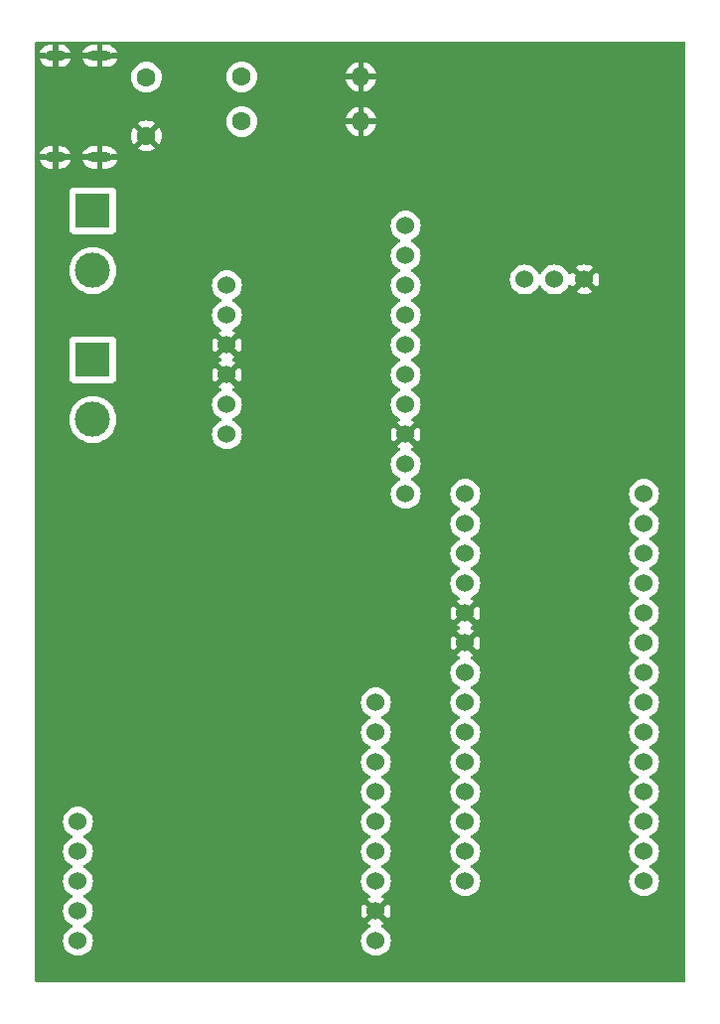
<source format=gbl>
%TF.GenerationSoftware,KiCad,Pcbnew,7.0.7*%
%TF.CreationDate,2023-09-21T14:13:34-05:00*%
%TF.ProjectId,iowa-rover,696f7761-2d72-46f7-9665-722e6b696361,rev?*%
%TF.SameCoordinates,Original*%
%TF.FileFunction,Copper,L4,Bot*%
%TF.FilePolarity,Positive*%
%FSLAX46Y46*%
G04 Gerber Fmt 4.6, Leading zero omitted, Abs format (unit mm)*
G04 Created by KiCad (PCBNEW 7.0.7) date 2023-09-21 14:13:34*
%MOMM*%
%LPD*%
G01*
G04 APERTURE LIST*
%TA.AperFunction,ComponentPad*%
%ADD10C,1.524000*%
%TD*%
%TA.AperFunction,ComponentPad*%
%ADD11O,1.700000X0.900000*%
%TD*%
%TA.AperFunction,ComponentPad*%
%ADD12O,2.000000X0.900000*%
%TD*%
%TA.AperFunction,ComponentPad*%
%ADD13O,1.600000X1.600000*%
%TD*%
%TA.AperFunction,ComponentPad*%
%ADD14C,1.600000*%
%TD*%
%TA.AperFunction,ComponentPad*%
%ADD15R,3.000000X3.000000*%
%TD*%
%TA.AperFunction,ComponentPad*%
%ADD16C,3.000000*%
%TD*%
G04 APERTURE END LIST*
D10*
%TO.P,U3,1,Vmotor*%
%TO.N,+5V*%
X71120000Y-106680000D03*
%TO.P,U3,2,VCC*%
X71120000Y-104140000D03*
%TO.P,U3,3,GND*%
%TO.N,GND*%
X71120000Y-101600000D03*
%TO.P,U3,4,PWMB*%
%TO.N,/PWMB*%
X71120000Y-99060000D03*
%TO.P,U3,5,BIN2*%
%TO.N,/BIN2*%
X71120000Y-96520000D03*
%TO.P,U3,6,BIN1*%
%TO.N,/BIN1*%
X71120000Y-93980000D03*
%TO.P,U3,7,STBY*%
%TO.N,unconnected-(U3-STBY-Pad7)*%
X71120000Y-91440000D03*
%TO.P,U3,8,AIN1*%
%TO.N,/AIN1*%
X71120000Y-88900000D03*
%TO.P,U3,9,AIN2*%
%TO.N,/AIN2*%
X71120000Y-86360000D03*
%TO.P,U3,10,PWMA*%
%TO.N,/PWMA*%
X71120000Y-83820000D03*
%TO.P,U3,11,MOT_A1*%
%TO.N,/MA1*%
X55880000Y-88900000D03*
%TO.P,U3,12,MOT_A2*%
%TO.N,/MA2*%
X55880000Y-91440000D03*
%TO.P,U3,13,GND*%
%TO.N,GND*%
X55880000Y-93980000D03*
%TO.P,U3,14,GND*%
X55880000Y-96520000D03*
%TO.P,U3,15,MOT_B1*%
%TO.N,/MB1*%
X55880000Y-99060000D03*
%TO.P,U3,16,MOT_B2*%
%TO.N,/MB2*%
X55880000Y-101600000D03*
%TD*%
D11*
%TO.P,J1,S1,SHIELD*%
%TO.N,GND*%
X41240000Y-69340000D03*
X41240000Y-77980000D03*
D12*
X45040000Y-77980000D03*
X45040000Y-69340000D03*
%TD*%
D10*
%TO.P,U2,1,Vin*%
%TO.N,+5V*%
X68580000Y-144780000D03*
%TO.P,U2,2,GND*%
%TO.N,GND*%
X68580000Y-142240000D03*
%TO.P,U2,3,EN*%
%TO.N,unconnected-(U2-EN-Pad3)*%
X68580000Y-139700000D03*
%TO.P,U2,4,G0*%
%TO.N,/RADIO_INT*%
X68580000Y-137160000D03*
%TO.P,U2,5,SCK*%
%TO.N,/RADIO_CLOCK*%
X68580000Y-134620000D03*
%TO.P,U2,6,MISO*%
%TO.N,/RADIO_MISO*%
X68580000Y-132080000D03*
%TO.P,U2,7,MOSI*%
%TO.N,/RADIO_MOSI*%
X68580000Y-129540000D03*
%TO.P,U2,8,CS*%
%TO.N,/RADIO_CS*%
X68580000Y-127000000D03*
%TO.P,U2,9,RST*%
%TO.N,/RADIO_RESET*%
X68580000Y-124460000D03*
%TO.P,U2,10,G1*%
%TO.N,unconnected-(U2-G1-Pad10)*%
X43180000Y-144780000D03*
%TO.P,U2,11,G2*%
%TO.N,unconnected-(U2-G2-Pad11)*%
X43180000Y-142240000D03*
%TO.P,U2,12,G3*%
%TO.N,unconnected-(U2-G3-Pad12)*%
X43180000Y-139700000D03*
%TO.P,U2,13,G4*%
%TO.N,unconnected-(U2-G4-Pad13)*%
X43180000Y-137160000D03*
%TO.P,U2,14,G5*%
%TO.N,unconnected-(U2-G5-Pad14)*%
X43180000Y-134620000D03*
%TD*%
D13*
%TO.P,R2,2*%
%TO.N,GND*%
X67310000Y-74930000D03*
D14*
%TO.P,R2,1*%
%TO.N,Net-(J1-CC2)*%
X57150000Y-74930000D03*
%TD*%
D15*
%TO.P,J2,1,Pin_1*%
%TO.N,/MA1*%
X44450000Y-82550000D03*
D16*
%TO.P,J2,2,Pin_2*%
%TO.N,/MA2*%
X44450000Y-87630000D03*
%TD*%
D10*
%TO.P,RV1,1,1*%
%TO.N,Net-(U1-3V3)*%
X81280000Y-88400000D03*
%TO.P,RV1,2,2*%
%TO.N,Net-(U1-A0)*%
X83820000Y-88400000D03*
%TO.P,RV1,3,3*%
%TO.N,GND*%
X86360000Y-88400000D03*
%TD*%
%TO.P,U1,28,D13*%
%TO.N,/RADIO_CLOCK*%
X91440000Y-106680000D03*
%TO.P,U1,27,D12*%
%TO.N,/RADIO_MISO*%
X91440000Y-109220000D03*
%TO.P,U1,26,D11*%
%TO.N,/RADIO_MOSI*%
X91440000Y-111760000D03*
%TO.P,U1,25,D10*%
%TO.N,/BIN2*%
X91440000Y-114300000D03*
%TO.P,U1,24,D9*%
%TO.N,/BIN1*%
X91440000Y-116840000D03*
%TO.P,U1,23,D8*%
%TO.N,/AIN2*%
X91440000Y-119380000D03*
%TO.P,U1,22,D7*%
%TO.N,/AIN1*%
X91440000Y-121920000D03*
%TO.P,U1,21,D6*%
%TO.N,/PWMB*%
X91440000Y-124460000D03*
%TO.P,U1,20,D5*%
%TO.N,/PWMA*%
X91440000Y-127000000D03*
%TO.P,U1,19,D4*%
%TO.N,/RADIO_CS*%
X91440000Y-129540000D03*
%TO.P,U1,18,D3*%
%TO.N,/RADIO_INT*%
X91440000Y-132080000D03*
%TO.P,U1,17,D2*%
%TO.N,/RADIO_RESET*%
X91440000Y-134620000D03*
%TO.P,U1,16,D1*%
%TO.N,unconnected-(U1-D1-Pad16)*%
X91440000Y-137160000D03*
%TO.P,U1,15,D0*%
%TO.N,unconnected-(U1-D0-Pad15)*%
X91440000Y-139700000D03*
%TO.P,U1,14,A5*%
%TO.N,unconnected-(U1-A5-Pad14)*%
X76200000Y-139700000D03*
%TO.P,U1,13,A4*%
%TO.N,unconnected-(U1-A4-Pad13)*%
X76200000Y-137160000D03*
%TO.P,U1,12,A3*%
%TO.N,unconnected-(U1-A3-Pad12)*%
X76200000Y-134620000D03*
%TO.P,U1,11,A2*%
%TO.N,unconnected-(U1-A2-Pad11)*%
X76200000Y-132080000D03*
%TO.P,U1,10,A1*%
%TO.N,unconnected-(U1-A1-Pad10)*%
X76200000Y-129540000D03*
%TO.P,U1,9,A0*%
%TO.N,Net-(U1-A0)*%
X76200000Y-127000000D03*
%TO.P,U1,8,AREF*%
%TO.N,unconnected-(U1-AREF-Pad8)*%
X76200000Y-124460000D03*
%TO.P,U1,7,VIN*%
%TO.N,unconnected-(U1-VIN-Pad7)*%
X76200000Y-121920000D03*
%TO.P,U1,6,GND*%
%TO.N,GND*%
X76200000Y-119380000D03*
%TO.P,U1,5,GND*%
X76200000Y-116840000D03*
%TO.P,U1,4,5V*%
%TO.N,unconnected-(U1-5V-Pad4)*%
X76200000Y-114300000D03*
%TO.P,U1,3,3V3*%
%TO.N,Net-(U1-3V3)*%
X76200000Y-111760000D03*
%TO.P,U1,2,RST*%
%TO.N,unconnected-(U1-RST-Pad2)*%
X76200000Y-109220000D03*
%TO.P,U1,1,USB*%
%TO.N,+5V*%
X76200000Y-106680000D03*
%TD*%
D13*
%TO.P,R1,2*%
%TO.N,GND*%
X67310000Y-71120000D03*
D14*
%TO.P,R1,1*%
%TO.N,Net-(J1-CC1)*%
X57150000Y-71120000D03*
%TD*%
%TO.P,C1,1*%
%TO.N,+5V*%
X49022000Y-71160000D03*
%TO.P,C1,2*%
%TO.N,GND*%
X49022000Y-76160000D03*
%TD*%
D16*
%TO.P,J3,2,Pin_2*%
%TO.N,/MB2*%
X44450000Y-100330000D03*
D15*
%TO.P,J3,1,Pin_1*%
%TO.N,/MB1*%
X44450000Y-95250000D03*
%TD*%
%TA.AperFunction,Conductor*%
%TO.N,GND*%
G36*
X94939039Y-68154685D02*
G01*
X94984794Y-68207489D01*
X94996000Y-68259000D01*
X94996000Y-148165000D01*
X94976315Y-148232039D01*
X94923511Y-148277794D01*
X94872000Y-148289000D01*
X39621000Y-148289000D01*
X39553961Y-148269315D01*
X39508206Y-148216511D01*
X39497000Y-148165000D01*
X39497000Y-144780002D01*
X41904647Y-144780002D01*
X41924021Y-145001457D01*
X41924022Y-145001465D01*
X41981558Y-145216191D01*
X41981559Y-145216193D01*
X41981560Y-145216196D01*
X42028536Y-145316936D01*
X42075511Y-145417676D01*
X42075512Y-145417677D01*
X42203023Y-145599781D01*
X42360219Y-145756977D01*
X42542323Y-145884488D01*
X42743804Y-145978440D01*
X42958537Y-146035978D01*
X43116724Y-146049817D01*
X43179998Y-146055353D01*
X43180000Y-146055353D01*
X43180002Y-146055353D01*
X43235365Y-146050509D01*
X43401463Y-146035978D01*
X43616196Y-145978440D01*
X43817677Y-145884488D01*
X43999781Y-145756977D01*
X44156977Y-145599781D01*
X44284488Y-145417677D01*
X44378440Y-145216196D01*
X44435978Y-145001463D01*
X44455353Y-144780002D01*
X67304647Y-144780002D01*
X67324021Y-145001457D01*
X67324022Y-145001465D01*
X67381558Y-145216191D01*
X67381559Y-145216193D01*
X67381560Y-145216196D01*
X67428536Y-145316936D01*
X67475511Y-145417676D01*
X67475512Y-145417677D01*
X67603023Y-145599781D01*
X67760219Y-145756977D01*
X67942323Y-145884488D01*
X68143804Y-145978440D01*
X68358537Y-146035978D01*
X68516724Y-146049817D01*
X68579998Y-146055353D01*
X68580000Y-146055353D01*
X68580002Y-146055353D01*
X68635365Y-146050509D01*
X68801463Y-146035978D01*
X69016196Y-145978440D01*
X69217677Y-145884488D01*
X69399781Y-145756977D01*
X69556977Y-145599781D01*
X69684488Y-145417677D01*
X69778440Y-145216196D01*
X69835978Y-145001463D01*
X69855353Y-144780000D01*
X69835978Y-144558537D01*
X69778440Y-144343804D01*
X69684488Y-144142324D01*
X69684486Y-144142321D01*
X69684485Y-144142319D01*
X69556978Y-143960220D01*
X69556975Y-143960217D01*
X69399781Y-143803023D01*
X69217677Y-143675512D01*
X69217678Y-143675512D01*
X69217676Y-143675511D01*
X69093682Y-143617692D01*
X69041243Y-143571519D01*
X69022091Y-143504326D01*
X69042307Y-143437445D01*
X69093684Y-143392927D01*
X69213413Y-143337097D01*
X69213420Y-143337093D01*
X69278186Y-143291742D01*
X69278187Y-143291740D01*
X68749276Y-142762829D01*
X68715791Y-142701506D01*
X68720775Y-142631814D01*
X68762647Y-142575881D01*
X68777933Y-142566097D01*
X68817251Y-142544820D01*
X68903371Y-142451269D01*
X68904083Y-142449643D01*
X68905652Y-142447777D01*
X68908992Y-142442666D01*
X68909609Y-142443069D01*
X68949036Y-142396158D01*
X69015770Y-142375464D01*
X69083099Y-142394135D01*
X69105322Y-142411769D01*
X69631740Y-142938187D01*
X69631742Y-142938186D01*
X69677093Y-142873420D01*
X69677100Y-142873408D01*
X69770419Y-142673284D01*
X69770424Y-142673270D01*
X69827573Y-142459986D01*
X69827575Y-142459976D01*
X69846821Y-142240000D01*
X69846821Y-142239999D01*
X69827575Y-142020023D01*
X69827573Y-142020013D01*
X69770424Y-141806729D01*
X69770420Y-141806720D01*
X69677098Y-141606590D01*
X69631740Y-141541811D01*
X69102949Y-142070602D01*
X69041626Y-142104087D01*
X68971934Y-142099103D01*
X68916001Y-142057231D01*
X68911460Y-142050743D01*
X68864189Y-141978391D01*
X68864187Y-141978388D01*
X68808673Y-141935180D01*
X68763843Y-141900287D01*
X68763840Y-141900285D01*
X68763488Y-141900012D01*
X68722675Y-141843301D01*
X68719000Y-141773529D01*
X68751969Y-141714477D01*
X69278187Y-141188258D01*
X69213409Y-141142900D01*
X69213407Y-141142899D01*
X69093683Y-141087071D01*
X69041243Y-141040899D01*
X69022091Y-140973705D01*
X69042307Y-140906824D01*
X69093682Y-140862307D01*
X69217677Y-140804488D01*
X69399781Y-140676977D01*
X69556977Y-140519781D01*
X69684488Y-140337677D01*
X69778440Y-140136196D01*
X69835978Y-139921463D01*
X69855353Y-139700002D01*
X74924647Y-139700002D01*
X74944021Y-139921457D01*
X74944022Y-139921465D01*
X75001558Y-140136191D01*
X75001559Y-140136193D01*
X75001560Y-140136196D01*
X75048536Y-140236936D01*
X75095511Y-140337676D01*
X75095512Y-140337677D01*
X75223023Y-140519781D01*
X75380219Y-140676977D01*
X75562323Y-140804488D01*
X75763804Y-140898440D01*
X75978537Y-140955978D01*
X76136724Y-140969817D01*
X76199998Y-140975353D01*
X76200000Y-140975353D01*
X76200002Y-140975353D01*
X76255365Y-140970509D01*
X76421463Y-140955978D01*
X76636196Y-140898440D01*
X76837677Y-140804488D01*
X77019781Y-140676977D01*
X77176977Y-140519781D01*
X77304488Y-140337677D01*
X77398440Y-140136196D01*
X77455978Y-139921463D01*
X77475353Y-139700002D01*
X90164647Y-139700002D01*
X90184021Y-139921457D01*
X90184022Y-139921465D01*
X90241558Y-140136191D01*
X90241559Y-140136193D01*
X90241560Y-140136196D01*
X90288536Y-140236936D01*
X90335511Y-140337676D01*
X90335512Y-140337677D01*
X90463023Y-140519781D01*
X90620219Y-140676977D01*
X90802323Y-140804488D01*
X91003804Y-140898440D01*
X91218537Y-140955978D01*
X91376724Y-140969817D01*
X91439998Y-140975353D01*
X91440000Y-140975353D01*
X91440002Y-140975353D01*
X91495365Y-140970509D01*
X91661463Y-140955978D01*
X91876196Y-140898440D01*
X92077677Y-140804488D01*
X92259781Y-140676977D01*
X92416977Y-140519781D01*
X92544488Y-140337677D01*
X92638440Y-140136196D01*
X92695978Y-139921463D01*
X92715353Y-139700000D01*
X92695978Y-139478537D01*
X92638440Y-139263804D01*
X92544488Y-139062324D01*
X92544486Y-139062321D01*
X92544485Y-139062319D01*
X92416978Y-138880220D01*
X92416975Y-138880217D01*
X92259781Y-138723023D01*
X92077677Y-138595512D01*
X91963738Y-138542381D01*
X91911299Y-138496210D01*
X91892147Y-138429017D01*
X91912363Y-138362135D01*
X91963739Y-138317618D01*
X92077677Y-138264488D01*
X92259781Y-138136977D01*
X92416977Y-137979781D01*
X92544488Y-137797677D01*
X92638440Y-137596196D01*
X92695978Y-137381463D01*
X92715353Y-137160000D01*
X92695978Y-136938537D01*
X92638440Y-136723804D01*
X92544488Y-136522324D01*
X92544486Y-136522321D01*
X92544485Y-136522319D01*
X92416978Y-136340220D01*
X92416975Y-136340217D01*
X92259781Y-136183023D01*
X92077677Y-136055512D01*
X91963738Y-136002381D01*
X91911299Y-135956210D01*
X91892147Y-135889017D01*
X91912363Y-135822135D01*
X91963739Y-135777618D01*
X92077677Y-135724488D01*
X92259781Y-135596977D01*
X92416977Y-135439781D01*
X92544488Y-135257677D01*
X92638440Y-135056196D01*
X92695978Y-134841463D01*
X92715353Y-134620000D01*
X92695978Y-134398537D01*
X92638440Y-134183804D01*
X92544488Y-133982324D01*
X92544486Y-133982321D01*
X92544485Y-133982319D01*
X92416978Y-133800220D01*
X92416975Y-133800217D01*
X92259781Y-133643023D01*
X92077677Y-133515512D01*
X91963738Y-133462381D01*
X91911299Y-133416210D01*
X91892147Y-133349017D01*
X91912363Y-133282135D01*
X91963739Y-133237618D01*
X92077677Y-133184488D01*
X92259781Y-133056977D01*
X92416977Y-132899781D01*
X92544488Y-132717677D01*
X92638440Y-132516196D01*
X92695978Y-132301463D01*
X92715353Y-132080000D01*
X92695978Y-131858537D01*
X92638440Y-131643804D01*
X92544488Y-131442324D01*
X92544486Y-131442321D01*
X92544485Y-131442319D01*
X92416978Y-131260220D01*
X92416975Y-131260217D01*
X92259781Y-131103023D01*
X92077677Y-130975512D01*
X91963738Y-130922381D01*
X91911299Y-130876210D01*
X91892147Y-130809017D01*
X91912363Y-130742135D01*
X91963739Y-130697618D01*
X92077677Y-130644488D01*
X92259781Y-130516977D01*
X92416977Y-130359781D01*
X92544488Y-130177677D01*
X92638440Y-129976196D01*
X92695978Y-129761463D01*
X92715353Y-129540000D01*
X92695978Y-129318537D01*
X92638440Y-129103804D01*
X92544488Y-128902324D01*
X92544486Y-128902321D01*
X92544485Y-128902319D01*
X92416978Y-128720220D01*
X92416975Y-128720217D01*
X92259781Y-128563023D01*
X92077677Y-128435512D01*
X91963738Y-128382381D01*
X91911299Y-128336210D01*
X91892147Y-128269017D01*
X91912363Y-128202135D01*
X91963739Y-128157618D01*
X92077677Y-128104488D01*
X92259781Y-127976977D01*
X92416977Y-127819781D01*
X92544488Y-127637677D01*
X92638440Y-127436196D01*
X92695978Y-127221463D01*
X92715353Y-127000000D01*
X92695978Y-126778537D01*
X92638440Y-126563804D01*
X92544488Y-126362324D01*
X92544486Y-126362321D01*
X92544485Y-126362319D01*
X92416978Y-126180220D01*
X92416975Y-126180217D01*
X92259781Y-126023023D01*
X92077677Y-125895512D01*
X91963738Y-125842381D01*
X91911299Y-125796210D01*
X91892147Y-125729017D01*
X91912363Y-125662135D01*
X91963739Y-125617618D01*
X92077677Y-125564488D01*
X92259781Y-125436977D01*
X92416977Y-125279781D01*
X92544488Y-125097677D01*
X92638440Y-124896196D01*
X92695978Y-124681463D01*
X92715353Y-124460000D01*
X92695978Y-124238537D01*
X92638440Y-124023804D01*
X92544488Y-123822324D01*
X92544486Y-123822321D01*
X92544485Y-123822319D01*
X92416978Y-123640220D01*
X92416975Y-123640217D01*
X92259781Y-123483023D01*
X92077677Y-123355512D01*
X91963738Y-123302381D01*
X91911299Y-123256210D01*
X91892147Y-123189017D01*
X91912363Y-123122135D01*
X91963739Y-123077618D01*
X92077677Y-123024488D01*
X92259781Y-122896977D01*
X92416977Y-122739781D01*
X92544488Y-122557677D01*
X92638440Y-122356196D01*
X92695978Y-122141463D01*
X92715353Y-121920000D01*
X92695978Y-121698537D01*
X92638440Y-121483804D01*
X92544488Y-121282324D01*
X92544486Y-121282321D01*
X92544485Y-121282319D01*
X92416978Y-121100220D01*
X92416975Y-121100217D01*
X92259781Y-120943023D01*
X92077677Y-120815512D01*
X91963738Y-120762381D01*
X91911299Y-120716210D01*
X91892147Y-120649017D01*
X91912363Y-120582135D01*
X91963739Y-120537618D01*
X91973799Y-120532927D01*
X92077677Y-120484488D01*
X92259781Y-120356977D01*
X92416977Y-120199781D01*
X92544488Y-120017677D01*
X92638440Y-119816196D01*
X92695978Y-119601463D01*
X92715353Y-119380000D01*
X92712562Y-119348102D01*
X92707057Y-119285177D01*
X92695978Y-119158537D01*
X92638440Y-118943804D01*
X92544488Y-118742324D01*
X92544486Y-118742321D01*
X92544485Y-118742319D01*
X92416978Y-118560220D01*
X92416975Y-118560217D01*
X92259781Y-118403023D01*
X92077677Y-118275512D01*
X91963738Y-118222381D01*
X91911299Y-118176210D01*
X91892147Y-118109017D01*
X91912363Y-118042135D01*
X91963739Y-117997618D01*
X92077677Y-117944488D01*
X92259781Y-117816977D01*
X92416977Y-117659781D01*
X92544488Y-117477677D01*
X92638440Y-117276196D01*
X92695978Y-117061463D01*
X92715353Y-116840000D01*
X92712562Y-116808102D01*
X92707057Y-116745177D01*
X92695978Y-116618537D01*
X92638440Y-116403804D01*
X92544488Y-116202324D01*
X92544486Y-116202321D01*
X92544485Y-116202319D01*
X92416978Y-116020220D01*
X92416975Y-116020217D01*
X92259781Y-115863023D01*
X92077677Y-115735512D01*
X91963738Y-115682381D01*
X91911299Y-115636210D01*
X91892147Y-115569017D01*
X91912363Y-115502135D01*
X91963739Y-115457618D01*
X92077677Y-115404488D01*
X92259781Y-115276977D01*
X92416977Y-115119781D01*
X92544488Y-114937677D01*
X92638440Y-114736196D01*
X92695978Y-114521463D01*
X92715353Y-114300000D01*
X92695978Y-114078537D01*
X92638440Y-113863804D01*
X92544488Y-113662324D01*
X92544486Y-113662321D01*
X92544485Y-113662319D01*
X92416978Y-113480220D01*
X92416975Y-113480217D01*
X92259781Y-113323023D01*
X92077677Y-113195512D01*
X91963738Y-113142381D01*
X91911299Y-113096210D01*
X91892147Y-113029017D01*
X91912363Y-112962135D01*
X91963739Y-112917618D01*
X92077677Y-112864488D01*
X92259781Y-112736977D01*
X92416977Y-112579781D01*
X92544488Y-112397677D01*
X92638440Y-112196196D01*
X92695978Y-111981463D01*
X92715353Y-111760000D01*
X92695978Y-111538537D01*
X92638440Y-111323804D01*
X92544488Y-111122324D01*
X92544486Y-111122321D01*
X92544485Y-111122319D01*
X92416978Y-110940220D01*
X92416975Y-110940217D01*
X92259781Y-110783023D01*
X92077677Y-110655512D01*
X91963738Y-110602381D01*
X91911299Y-110556210D01*
X91892147Y-110489017D01*
X91912363Y-110422135D01*
X91963739Y-110377618D01*
X92077677Y-110324488D01*
X92259781Y-110196977D01*
X92416977Y-110039781D01*
X92544488Y-109857677D01*
X92638440Y-109656196D01*
X92695978Y-109441463D01*
X92715353Y-109220000D01*
X92695978Y-108998537D01*
X92638440Y-108783804D01*
X92544488Y-108582324D01*
X92544486Y-108582321D01*
X92544485Y-108582319D01*
X92416978Y-108400220D01*
X92416975Y-108400217D01*
X92259781Y-108243023D01*
X92077677Y-108115512D01*
X91963738Y-108062381D01*
X91911299Y-108016210D01*
X91892147Y-107949017D01*
X91912363Y-107882135D01*
X91963739Y-107837618D01*
X92077677Y-107784488D01*
X92259781Y-107656977D01*
X92416977Y-107499781D01*
X92544488Y-107317677D01*
X92638440Y-107116196D01*
X92695978Y-106901463D01*
X92715353Y-106680000D01*
X92695978Y-106458537D01*
X92638440Y-106243804D01*
X92544488Y-106042324D01*
X92544486Y-106042321D01*
X92544485Y-106042319D01*
X92416978Y-105860220D01*
X92416975Y-105860217D01*
X92259781Y-105703023D01*
X92077677Y-105575512D01*
X92077678Y-105575512D01*
X92077676Y-105575511D01*
X91963739Y-105522382D01*
X91876196Y-105481560D01*
X91876193Y-105481559D01*
X91876191Y-105481558D01*
X91661465Y-105424022D01*
X91661457Y-105424021D01*
X91440002Y-105404647D01*
X91439998Y-105404647D01*
X91218542Y-105424021D01*
X91218535Y-105424022D01*
X91003800Y-105481561D01*
X90802323Y-105575512D01*
X90802319Y-105575514D01*
X90620217Y-105703023D01*
X90463023Y-105860217D01*
X90335514Y-106042319D01*
X90335512Y-106042323D01*
X90241561Y-106243800D01*
X90184022Y-106458535D01*
X90184021Y-106458542D01*
X90164647Y-106679997D01*
X90164647Y-106680002D01*
X90184021Y-106901457D01*
X90184022Y-106901465D01*
X90241558Y-107116191D01*
X90241559Y-107116193D01*
X90241560Y-107116196D01*
X90288535Y-107216936D01*
X90335511Y-107317676D01*
X90335512Y-107317677D01*
X90463023Y-107499781D01*
X90620219Y-107656977D01*
X90802322Y-107784487D01*
X90802323Y-107784488D01*
X90916261Y-107837618D01*
X90968700Y-107883790D01*
X90987852Y-107950984D01*
X90967636Y-108017865D01*
X90916261Y-108062382D01*
X90802323Y-108115512D01*
X90802319Y-108115514D01*
X90620217Y-108243023D01*
X90463023Y-108400217D01*
X90335514Y-108582319D01*
X90335512Y-108582323D01*
X90241561Y-108783800D01*
X90184022Y-108998535D01*
X90184021Y-108998542D01*
X90164647Y-109219997D01*
X90164647Y-109220002D01*
X90184021Y-109441457D01*
X90184022Y-109441465D01*
X90241558Y-109656191D01*
X90241559Y-109656193D01*
X90241560Y-109656196D01*
X90288535Y-109756936D01*
X90335511Y-109857676D01*
X90335512Y-109857677D01*
X90463023Y-110039781D01*
X90620219Y-110196977D01*
X90802322Y-110324487D01*
X90802323Y-110324488D01*
X90916261Y-110377618D01*
X90968700Y-110423790D01*
X90987852Y-110490984D01*
X90967636Y-110557865D01*
X90916261Y-110602382D01*
X90802323Y-110655512D01*
X90802319Y-110655514D01*
X90620217Y-110783023D01*
X90463023Y-110940217D01*
X90335514Y-111122319D01*
X90335512Y-111122323D01*
X90241561Y-111323800D01*
X90184022Y-111538535D01*
X90184021Y-111538542D01*
X90164647Y-111759997D01*
X90164647Y-111760002D01*
X90184021Y-111981457D01*
X90184022Y-111981465D01*
X90241558Y-112196191D01*
X90241559Y-112196193D01*
X90241560Y-112196196D01*
X90288535Y-112296936D01*
X90335511Y-112397676D01*
X90335512Y-112397677D01*
X90463023Y-112579781D01*
X90620219Y-112736977D01*
X90802322Y-112864487D01*
X90802323Y-112864488D01*
X90916261Y-112917618D01*
X90968700Y-112963790D01*
X90987852Y-113030984D01*
X90967636Y-113097865D01*
X90916261Y-113142382D01*
X90802323Y-113195512D01*
X90802319Y-113195514D01*
X90620217Y-113323023D01*
X90463023Y-113480217D01*
X90335514Y-113662319D01*
X90335512Y-113662323D01*
X90241561Y-113863800D01*
X90184022Y-114078535D01*
X90184021Y-114078542D01*
X90164647Y-114299997D01*
X90164647Y-114300002D01*
X90184021Y-114521457D01*
X90184022Y-114521465D01*
X90241558Y-114736191D01*
X90241559Y-114736193D01*
X90241560Y-114736196D01*
X90288535Y-114836936D01*
X90335511Y-114937676D01*
X90335512Y-114937677D01*
X90463023Y-115119781D01*
X90620219Y-115276977D01*
X90802322Y-115404488D01*
X90802323Y-115404488D01*
X90916261Y-115457618D01*
X90968700Y-115503790D01*
X90987852Y-115570984D01*
X90967636Y-115637865D01*
X90916261Y-115682382D01*
X90802323Y-115735512D01*
X90802319Y-115735514D01*
X90620217Y-115863023D01*
X90463023Y-116020217D01*
X90335514Y-116202319D01*
X90335512Y-116202323D01*
X90241561Y-116403800D01*
X90184022Y-116618535D01*
X90184021Y-116618542D01*
X90164647Y-116839997D01*
X90164647Y-116840002D01*
X90184021Y-117061457D01*
X90184022Y-117061465D01*
X90241558Y-117276191D01*
X90241559Y-117276193D01*
X90241560Y-117276196D01*
X90255677Y-117306470D01*
X90335511Y-117477676D01*
X90335512Y-117477677D01*
X90463023Y-117659781D01*
X90620219Y-117816977D01*
X90791762Y-117937093D01*
X90802323Y-117944488D01*
X90916261Y-117997618D01*
X90968700Y-118043790D01*
X90987852Y-118110984D01*
X90967636Y-118177865D01*
X90916261Y-118222382D01*
X90802323Y-118275512D01*
X90802319Y-118275514D01*
X90620217Y-118403023D01*
X90463023Y-118560217D01*
X90335514Y-118742319D01*
X90335512Y-118742323D01*
X90241561Y-118943800D01*
X90184022Y-119158535D01*
X90184021Y-119158542D01*
X90164647Y-119379997D01*
X90164647Y-119380002D01*
X90184021Y-119601457D01*
X90184022Y-119601465D01*
X90241558Y-119816191D01*
X90241559Y-119816193D01*
X90241560Y-119816196D01*
X90255677Y-119846470D01*
X90335511Y-120017676D01*
X90335512Y-120017677D01*
X90463023Y-120199781D01*
X90620219Y-120356977D01*
X90791762Y-120477093D01*
X90802323Y-120484488D01*
X90916261Y-120537618D01*
X90968700Y-120583790D01*
X90987852Y-120650984D01*
X90967636Y-120717865D01*
X90916261Y-120762382D01*
X90802323Y-120815512D01*
X90802319Y-120815514D01*
X90620217Y-120943023D01*
X90463023Y-121100217D01*
X90335514Y-121282319D01*
X90335512Y-121282323D01*
X90241561Y-121483800D01*
X90184022Y-121698535D01*
X90184021Y-121698542D01*
X90164647Y-121919997D01*
X90164647Y-121920002D01*
X90184021Y-122141457D01*
X90184022Y-122141465D01*
X90241558Y-122356191D01*
X90241559Y-122356193D01*
X90241560Y-122356196D01*
X90288535Y-122456936D01*
X90335511Y-122557676D01*
X90335512Y-122557677D01*
X90463023Y-122739781D01*
X90620219Y-122896977D01*
X90802322Y-123024487D01*
X90802323Y-123024488D01*
X90916261Y-123077618D01*
X90968700Y-123123790D01*
X90987852Y-123190984D01*
X90967636Y-123257865D01*
X90916261Y-123302382D01*
X90802323Y-123355512D01*
X90802319Y-123355514D01*
X90620217Y-123483023D01*
X90463023Y-123640217D01*
X90335514Y-123822319D01*
X90335512Y-123822323D01*
X90241561Y-124023800D01*
X90184022Y-124238535D01*
X90184021Y-124238542D01*
X90164647Y-124459997D01*
X90164647Y-124460002D01*
X90184021Y-124681457D01*
X90184022Y-124681465D01*
X90241558Y-124896191D01*
X90241559Y-124896193D01*
X90241560Y-124896196D01*
X90288535Y-124996936D01*
X90335511Y-125097676D01*
X90335512Y-125097677D01*
X90463023Y-125279781D01*
X90620219Y-125436977D01*
X90802322Y-125564487D01*
X90802323Y-125564488D01*
X90916261Y-125617618D01*
X90968700Y-125663790D01*
X90987852Y-125730984D01*
X90967636Y-125797865D01*
X90916261Y-125842382D01*
X90802323Y-125895512D01*
X90802319Y-125895514D01*
X90620217Y-126023023D01*
X90463023Y-126180217D01*
X90335514Y-126362319D01*
X90335512Y-126362323D01*
X90241561Y-126563800D01*
X90184022Y-126778535D01*
X90184021Y-126778542D01*
X90164647Y-126999997D01*
X90164647Y-127000002D01*
X90184021Y-127221457D01*
X90184022Y-127221465D01*
X90241558Y-127436191D01*
X90241559Y-127436193D01*
X90241560Y-127436196D01*
X90288535Y-127536936D01*
X90335511Y-127637676D01*
X90335512Y-127637677D01*
X90463023Y-127819781D01*
X90620219Y-127976977D01*
X90802322Y-128104488D01*
X90802323Y-128104488D01*
X90916261Y-128157618D01*
X90968700Y-128203790D01*
X90987852Y-128270984D01*
X90967636Y-128337865D01*
X90916261Y-128382382D01*
X90802323Y-128435512D01*
X90802319Y-128435514D01*
X90620217Y-128563023D01*
X90463023Y-128720217D01*
X90335514Y-128902319D01*
X90335512Y-128902323D01*
X90241561Y-129103800D01*
X90184022Y-129318535D01*
X90184021Y-129318542D01*
X90164647Y-129539997D01*
X90164647Y-129540002D01*
X90184021Y-129761457D01*
X90184022Y-129761465D01*
X90241558Y-129976191D01*
X90241559Y-129976193D01*
X90241560Y-129976196D01*
X90288536Y-130076936D01*
X90335511Y-130177676D01*
X90335512Y-130177677D01*
X90463023Y-130359781D01*
X90620219Y-130516977D01*
X90802322Y-130644487D01*
X90802323Y-130644488D01*
X90916261Y-130697618D01*
X90968700Y-130743790D01*
X90987852Y-130810984D01*
X90967636Y-130877865D01*
X90916261Y-130922382D01*
X90802323Y-130975512D01*
X90802319Y-130975514D01*
X90620217Y-131103023D01*
X90463023Y-131260217D01*
X90335514Y-131442319D01*
X90335512Y-131442323D01*
X90241561Y-131643800D01*
X90184022Y-131858535D01*
X90184021Y-131858542D01*
X90164647Y-132079997D01*
X90164647Y-132080002D01*
X90184021Y-132301457D01*
X90184022Y-132301465D01*
X90241558Y-132516191D01*
X90241559Y-132516193D01*
X90241560Y-132516196D01*
X90288536Y-132616936D01*
X90335511Y-132717676D01*
X90335512Y-132717677D01*
X90463023Y-132899781D01*
X90620219Y-133056977D01*
X90802323Y-133184487D01*
X90802323Y-133184488D01*
X90916261Y-133237618D01*
X90968700Y-133283790D01*
X90987852Y-133350984D01*
X90967636Y-133417865D01*
X90916261Y-133462382D01*
X90802323Y-133515512D01*
X90802319Y-133515514D01*
X90620217Y-133643023D01*
X90463023Y-133800217D01*
X90335514Y-133982319D01*
X90335512Y-133982323D01*
X90241561Y-134183800D01*
X90184022Y-134398535D01*
X90184021Y-134398542D01*
X90164647Y-134619997D01*
X90164647Y-134620002D01*
X90184021Y-134841457D01*
X90184022Y-134841465D01*
X90241558Y-135056191D01*
X90241559Y-135056193D01*
X90241560Y-135056196D01*
X90288536Y-135156936D01*
X90335511Y-135257676D01*
X90335512Y-135257677D01*
X90463023Y-135439781D01*
X90620219Y-135596977D01*
X90802323Y-135724488D01*
X90916261Y-135777618D01*
X90968700Y-135823790D01*
X90987852Y-135890984D01*
X90967636Y-135957865D01*
X90916261Y-136002382D01*
X90802323Y-136055512D01*
X90802319Y-136055514D01*
X90620217Y-136183023D01*
X90463023Y-136340217D01*
X90335514Y-136522319D01*
X90335512Y-136522323D01*
X90241561Y-136723800D01*
X90184022Y-136938535D01*
X90184021Y-136938542D01*
X90164647Y-137159997D01*
X90164647Y-137160002D01*
X90184021Y-137381457D01*
X90184022Y-137381465D01*
X90241558Y-137596191D01*
X90241559Y-137596193D01*
X90241560Y-137596196D01*
X90288536Y-137696936D01*
X90335511Y-137797676D01*
X90335512Y-137797677D01*
X90463023Y-137979781D01*
X90620219Y-138136977D01*
X90802323Y-138264487D01*
X90802323Y-138264488D01*
X90916261Y-138317618D01*
X90968700Y-138363790D01*
X90987852Y-138430984D01*
X90967636Y-138497865D01*
X90916261Y-138542382D01*
X90802323Y-138595512D01*
X90802319Y-138595514D01*
X90620217Y-138723023D01*
X90463023Y-138880217D01*
X90335514Y-139062319D01*
X90335512Y-139062323D01*
X90241561Y-139263800D01*
X90184022Y-139478535D01*
X90184021Y-139478542D01*
X90164647Y-139699997D01*
X90164647Y-139700002D01*
X77475353Y-139700002D01*
X77475353Y-139700000D01*
X77455978Y-139478537D01*
X77398440Y-139263804D01*
X77304488Y-139062324D01*
X77304486Y-139062321D01*
X77304485Y-139062319D01*
X77176978Y-138880220D01*
X77176975Y-138880217D01*
X77019781Y-138723023D01*
X76837677Y-138595512D01*
X76723738Y-138542381D01*
X76671299Y-138496210D01*
X76652147Y-138429017D01*
X76672363Y-138362135D01*
X76723739Y-138317618D01*
X76837677Y-138264488D01*
X77019781Y-138136977D01*
X77176977Y-137979781D01*
X77304488Y-137797677D01*
X77398440Y-137596196D01*
X77455978Y-137381463D01*
X77475353Y-137160000D01*
X77455978Y-136938537D01*
X77398440Y-136723804D01*
X77304488Y-136522324D01*
X77304486Y-136522321D01*
X77304485Y-136522319D01*
X77176978Y-136340220D01*
X77176975Y-136340217D01*
X77019781Y-136183023D01*
X76837677Y-136055512D01*
X76723738Y-136002381D01*
X76671299Y-135956210D01*
X76652147Y-135889017D01*
X76672363Y-135822135D01*
X76723739Y-135777618D01*
X76837677Y-135724488D01*
X77019781Y-135596977D01*
X77176977Y-135439781D01*
X77304488Y-135257677D01*
X77398440Y-135056196D01*
X77455978Y-134841463D01*
X77475353Y-134620000D01*
X77455978Y-134398537D01*
X77398440Y-134183804D01*
X77304488Y-133982324D01*
X77304486Y-133982321D01*
X77304485Y-133982319D01*
X77176978Y-133800220D01*
X77176975Y-133800217D01*
X77019781Y-133643023D01*
X76837677Y-133515512D01*
X76723738Y-133462381D01*
X76671299Y-133416210D01*
X76652147Y-133349017D01*
X76672363Y-133282135D01*
X76723739Y-133237618D01*
X76837677Y-133184488D01*
X77019781Y-133056977D01*
X77176977Y-132899781D01*
X77304488Y-132717677D01*
X77398440Y-132516196D01*
X77455978Y-132301463D01*
X77475353Y-132080000D01*
X77455978Y-131858537D01*
X77398440Y-131643804D01*
X77304488Y-131442324D01*
X77304486Y-131442321D01*
X77304485Y-131442319D01*
X77176978Y-131260220D01*
X77176975Y-131260217D01*
X77019781Y-131103023D01*
X76837677Y-130975512D01*
X76723738Y-130922381D01*
X76671299Y-130876210D01*
X76652147Y-130809017D01*
X76672363Y-130742135D01*
X76723739Y-130697618D01*
X76837677Y-130644488D01*
X77019781Y-130516977D01*
X77176977Y-130359781D01*
X77304488Y-130177677D01*
X77398440Y-129976196D01*
X77455978Y-129761463D01*
X77475353Y-129540000D01*
X77455978Y-129318537D01*
X77398440Y-129103804D01*
X77304488Y-128902324D01*
X77304486Y-128902321D01*
X77304485Y-128902319D01*
X77176978Y-128720220D01*
X77176975Y-128720217D01*
X77019781Y-128563023D01*
X76837677Y-128435512D01*
X76723738Y-128382381D01*
X76671299Y-128336210D01*
X76652147Y-128269017D01*
X76672363Y-128202135D01*
X76723739Y-128157618D01*
X76837677Y-128104488D01*
X77019781Y-127976977D01*
X77176977Y-127819781D01*
X77304488Y-127637677D01*
X77398440Y-127436196D01*
X77455978Y-127221463D01*
X77475353Y-127000000D01*
X77455978Y-126778537D01*
X77398440Y-126563804D01*
X77304488Y-126362324D01*
X77304486Y-126362321D01*
X77304485Y-126362319D01*
X77176978Y-126180220D01*
X77176975Y-126180217D01*
X77019781Y-126023023D01*
X76837677Y-125895512D01*
X76723738Y-125842381D01*
X76671299Y-125796210D01*
X76652147Y-125729017D01*
X76672363Y-125662135D01*
X76723739Y-125617618D01*
X76837677Y-125564488D01*
X77019781Y-125436977D01*
X77176977Y-125279781D01*
X77304488Y-125097677D01*
X77398440Y-124896196D01*
X77455978Y-124681463D01*
X77475353Y-124460000D01*
X77455978Y-124238537D01*
X77398440Y-124023804D01*
X77304488Y-123822324D01*
X77304486Y-123822321D01*
X77304485Y-123822319D01*
X77176978Y-123640220D01*
X77176975Y-123640217D01*
X77019781Y-123483023D01*
X76837677Y-123355512D01*
X76723738Y-123302381D01*
X76671299Y-123256210D01*
X76652147Y-123189017D01*
X76672363Y-123122135D01*
X76723739Y-123077618D01*
X76837677Y-123024488D01*
X77019781Y-122896977D01*
X77176977Y-122739781D01*
X77304488Y-122557677D01*
X77398440Y-122356196D01*
X77455978Y-122141463D01*
X77475353Y-121920000D01*
X77455978Y-121698537D01*
X77398440Y-121483804D01*
X77304488Y-121282324D01*
X77304486Y-121282321D01*
X77304485Y-121282319D01*
X77176978Y-121100220D01*
X77176975Y-121100217D01*
X77019781Y-120943023D01*
X76837677Y-120815512D01*
X76837678Y-120815512D01*
X76837676Y-120815511D01*
X76713682Y-120757692D01*
X76661243Y-120711519D01*
X76642091Y-120644326D01*
X76662307Y-120577445D01*
X76713684Y-120532927D01*
X76833413Y-120477097D01*
X76833420Y-120477093D01*
X76898186Y-120431742D01*
X76898187Y-120431740D01*
X76369276Y-119902829D01*
X76335791Y-119841506D01*
X76340775Y-119771814D01*
X76382647Y-119715881D01*
X76397933Y-119706097D01*
X76437251Y-119684820D01*
X76523371Y-119591269D01*
X76524083Y-119589643D01*
X76525652Y-119587777D01*
X76528992Y-119582666D01*
X76529609Y-119583069D01*
X76569036Y-119536158D01*
X76635770Y-119515464D01*
X76703099Y-119534135D01*
X76725322Y-119551769D01*
X77251740Y-120078187D01*
X77251742Y-120078186D01*
X77297093Y-120013420D01*
X77297100Y-120013408D01*
X77390419Y-119813284D01*
X77390424Y-119813270D01*
X77447573Y-119599986D01*
X77447575Y-119599976D01*
X77466821Y-119380000D01*
X77466821Y-119379999D01*
X77447575Y-119160023D01*
X77447573Y-119160013D01*
X77390424Y-118946729D01*
X77390420Y-118946720D01*
X77297098Y-118746590D01*
X77251740Y-118681811D01*
X76722949Y-119210602D01*
X76661626Y-119244087D01*
X76591934Y-119239103D01*
X76536001Y-119197231D01*
X76531460Y-119190743D01*
X76484189Y-119118391D01*
X76484187Y-119118388D01*
X76428673Y-119075180D01*
X76383843Y-119040287D01*
X76383840Y-119040285D01*
X76383488Y-119040012D01*
X76342675Y-118983301D01*
X76339000Y-118913529D01*
X76371969Y-118854477D01*
X76898187Y-118328258D01*
X76833409Y-118282900D01*
X76833407Y-118282899D01*
X76703627Y-118222382D01*
X76651187Y-118176210D01*
X76632035Y-118109017D01*
X76652251Y-118042135D01*
X76703627Y-117997618D01*
X76833408Y-117937100D01*
X76833420Y-117937093D01*
X76898186Y-117891742D01*
X76898187Y-117891740D01*
X76369276Y-117362829D01*
X76335791Y-117301506D01*
X76340775Y-117231814D01*
X76382647Y-117175881D01*
X76397933Y-117166097D01*
X76437251Y-117144820D01*
X76523371Y-117051269D01*
X76524083Y-117049643D01*
X76525652Y-117047777D01*
X76528992Y-117042666D01*
X76529609Y-117043069D01*
X76569036Y-116996158D01*
X76635770Y-116975464D01*
X76703099Y-116994135D01*
X76725322Y-117011769D01*
X77251740Y-117538187D01*
X77251742Y-117538186D01*
X77297093Y-117473420D01*
X77297100Y-117473408D01*
X77390419Y-117273284D01*
X77390424Y-117273270D01*
X77447573Y-117059986D01*
X77447575Y-117059976D01*
X77466821Y-116840000D01*
X77466821Y-116839999D01*
X77447575Y-116620023D01*
X77447573Y-116620013D01*
X77390424Y-116406729D01*
X77390420Y-116406720D01*
X77297098Y-116206590D01*
X77251740Y-116141811D01*
X76722949Y-116670602D01*
X76661626Y-116704087D01*
X76591934Y-116699103D01*
X76536001Y-116657231D01*
X76531460Y-116650743D01*
X76484189Y-116578391D01*
X76484187Y-116578388D01*
X76428673Y-116535180D01*
X76383843Y-116500287D01*
X76383840Y-116500285D01*
X76383488Y-116500012D01*
X76342675Y-116443301D01*
X76339000Y-116373529D01*
X76371969Y-116314477D01*
X76898187Y-115788258D01*
X76833409Y-115742900D01*
X76833407Y-115742899D01*
X76713683Y-115687071D01*
X76661243Y-115640899D01*
X76642091Y-115573705D01*
X76662307Y-115506824D01*
X76713682Y-115462307D01*
X76837677Y-115404488D01*
X77019781Y-115276977D01*
X77176977Y-115119781D01*
X77304488Y-114937677D01*
X77398440Y-114736196D01*
X77455978Y-114521463D01*
X77475353Y-114300000D01*
X77455978Y-114078537D01*
X77398440Y-113863804D01*
X77304488Y-113662324D01*
X77304486Y-113662321D01*
X77304485Y-113662319D01*
X77176978Y-113480220D01*
X77176975Y-113480217D01*
X77019781Y-113323023D01*
X76837677Y-113195512D01*
X76723738Y-113142381D01*
X76671299Y-113096210D01*
X76652147Y-113029017D01*
X76672363Y-112962135D01*
X76723739Y-112917618D01*
X76837677Y-112864488D01*
X77019781Y-112736977D01*
X77176977Y-112579781D01*
X77304488Y-112397677D01*
X77398440Y-112196196D01*
X77455978Y-111981463D01*
X77475353Y-111760000D01*
X77455978Y-111538537D01*
X77398440Y-111323804D01*
X77304488Y-111122324D01*
X77304486Y-111122321D01*
X77304485Y-111122319D01*
X77176978Y-110940220D01*
X77176975Y-110940217D01*
X77019781Y-110783023D01*
X76837677Y-110655512D01*
X76723738Y-110602381D01*
X76671299Y-110556210D01*
X76652147Y-110489017D01*
X76672363Y-110422135D01*
X76723739Y-110377618D01*
X76837677Y-110324488D01*
X77019781Y-110196977D01*
X77176977Y-110039781D01*
X77304488Y-109857677D01*
X77398440Y-109656196D01*
X77455978Y-109441463D01*
X77475353Y-109220000D01*
X77455978Y-108998537D01*
X77398440Y-108783804D01*
X77304488Y-108582324D01*
X77304486Y-108582321D01*
X77304485Y-108582319D01*
X77176978Y-108400220D01*
X77176975Y-108400217D01*
X77019781Y-108243023D01*
X76837677Y-108115512D01*
X76723738Y-108062381D01*
X76671299Y-108016210D01*
X76652147Y-107949017D01*
X76672363Y-107882135D01*
X76723739Y-107837618D01*
X76837677Y-107784488D01*
X77019781Y-107656977D01*
X77176977Y-107499781D01*
X77304488Y-107317677D01*
X77398440Y-107116196D01*
X77455978Y-106901463D01*
X77475353Y-106680000D01*
X77455978Y-106458537D01*
X77398440Y-106243804D01*
X77304488Y-106042324D01*
X77304486Y-106042321D01*
X77304485Y-106042319D01*
X77176978Y-105860220D01*
X77176975Y-105860217D01*
X77019781Y-105703023D01*
X76837677Y-105575512D01*
X76837678Y-105575512D01*
X76837676Y-105575511D01*
X76723739Y-105522382D01*
X76636196Y-105481560D01*
X76636193Y-105481559D01*
X76636191Y-105481558D01*
X76421465Y-105424022D01*
X76421457Y-105424021D01*
X76200002Y-105404647D01*
X76199998Y-105404647D01*
X75978542Y-105424021D01*
X75978535Y-105424022D01*
X75763800Y-105481561D01*
X75562323Y-105575512D01*
X75562319Y-105575514D01*
X75380217Y-105703023D01*
X75223023Y-105860217D01*
X75095514Y-106042319D01*
X75095512Y-106042323D01*
X75001561Y-106243800D01*
X74944022Y-106458535D01*
X74944021Y-106458542D01*
X74924647Y-106679997D01*
X74924647Y-106680002D01*
X74944021Y-106901457D01*
X74944022Y-106901465D01*
X75001558Y-107116191D01*
X75001559Y-107116193D01*
X75001560Y-107116196D01*
X75048536Y-107216936D01*
X75095511Y-107317676D01*
X75095512Y-107317677D01*
X75223023Y-107499781D01*
X75380219Y-107656977D01*
X75562322Y-107784488D01*
X75562323Y-107784488D01*
X75676261Y-107837618D01*
X75728700Y-107883790D01*
X75747852Y-107950984D01*
X75727636Y-108017865D01*
X75676261Y-108062382D01*
X75562323Y-108115512D01*
X75562319Y-108115514D01*
X75380217Y-108243023D01*
X75223023Y-108400217D01*
X75095514Y-108582319D01*
X75095512Y-108582323D01*
X75001561Y-108783800D01*
X74944022Y-108998535D01*
X74944021Y-108998542D01*
X74924647Y-109219997D01*
X74924647Y-109220002D01*
X74944021Y-109441457D01*
X74944022Y-109441465D01*
X75001558Y-109656191D01*
X75001559Y-109656193D01*
X75001560Y-109656196D01*
X75048536Y-109756936D01*
X75095511Y-109857676D01*
X75095512Y-109857677D01*
X75223023Y-110039781D01*
X75380219Y-110196977D01*
X75562322Y-110324487D01*
X75562323Y-110324488D01*
X75676261Y-110377618D01*
X75728700Y-110423790D01*
X75747852Y-110490984D01*
X75727636Y-110557865D01*
X75676261Y-110602382D01*
X75562323Y-110655512D01*
X75562319Y-110655514D01*
X75380217Y-110783023D01*
X75223023Y-110940217D01*
X75095514Y-111122319D01*
X75095512Y-111122323D01*
X75001561Y-111323800D01*
X74944022Y-111538535D01*
X74944021Y-111538542D01*
X74924647Y-111759997D01*
X74924647Y-111760002D01*
X74944021Y-111981457D01*
X74944022Y-111981465D01*
X75001558Y-112196191D01*
X75001559Y-112196193D01*
X75001560Y-112196196D01*
X75048536Y-112296936D01*
X75095511Y-112397676D01*
X75095512Y-112397677D01*
X75223023Y-112579781D01*
X75380219Y-112736977D01*
X75562322Y-112864487D01*
X75562323Y-112864488D01*
X75676261Y-112917618D01*
X75728700Y-112963790D01*
X75747852Y-113030984D01*
X75727636Y-113097865D01*
X75676261Y-113142382D01*
X75562323Y-113195512D01*
X75562319Y-113195514D01*
X75380217Y-113323023D01*
X75223023Y-113480217D01*
X75095514Y-113662319D01*
X75095512Y-113662323D01*
X75001561Y-113863800D01*
X74944022Y-114078535D01*
X74944021Y-114078542D01*
X74924647Y-114299997D01*
X74924647Y-114300002D01*
X74944021Y-114521457D01*
X74944022Y-114521465D01*
X75001558Y-114736191D01*
X75001559Y-114736193D01*
X75001560Y-114736196D01*
X75048536Y-114836936D01*
X75095511Y-114937676D01*
X75095512Y-114937677D01*
X75223023Y-115119781D01*
X75380219Y-115276977D01*
X75562323Y-115404488D01*
X75686317Y-115462307D01*
X75738756Y-115508479D01*
X75757908Y-115575673D01*
X75737692Y-115642554D01*
X75686317Y-115687071D01*
X75566586Y-115742903D01*
X75501812Y-115788257D01*
X75501811Y-115788258D01*
X76030723Y-116317170D01*
X76064208Y-116378493D01*
X76059224Y-116448185D01*
X76017352Y-116504118D01*
X76002059Y-116513906D01*
X75962749Y-116535179D01*
X75962748Y-116535179D01*
X75876626Y-116628733D01*
X75876626Y-116628734D01*
X75875911Y-116630365D01*
X75874340Y-116632233D01*
X75871008Y-116637334D01*
X75870391Y-116636931D01*
X75830952Y-116683849D01*
X75764215Y-116704535D01*
X75696888Y-116685857D01*
X75674677Y-116668230D01*
X75148258Y-116141811D01*
X75148257Y-116141812D01*
X75102903Y-116206586D01*
X75009579Y-116406720D01*
X75009575Y-116406729D01*
X74952426Y-116620013D01*
X74952424Y-116620023D01*
X74933179Y-116839999D01*
X74933179Y-116840000D01*
X74952424Y-117059976D01*
X74952426Y-117059986D01*
X75009575Y-117273270D01*
X75009580Y-117273284D01*
X75102899Y-117473407D01*
X75102900Y-117473409D01*
X75148258Y-117538187D01*
X75677050Y-117009395D01*
X75738373Y-116975910D01*
X75808064Y-116980894D01*
X75863998Y-117022765D01*
X75868539Y-117029254D01*
X75915813Y-117101612D01*
X76016157Y-117179713D01*
X76016160Y-117179714D01*
X76016511Y-117179987D01*
X76057324Y-117236697D01*
X76060999Y-117306470D01*
X76028030Y-117365522D01*
X75501811Y-117891741D01*
X75566582Y-117937094D01*
X75566588Y-117937098D01*
X75696373Y-117997618D01*
X75748812Y-118043790D01*
X75767964Y-118110984D01*
X75747748Y-118177865D01*
X75696373Y-118222382D01*
X75566586Y-118282903D01*
X75501812Y-118328257D01*
X75501811Y-118328258D01*
X76030723Y-118857170D01*
X76064208Y-118918493D01*
X76059224Y-118988185D01*
X76017352Y-119044118D01*
X76002059Y-119053906D01*
X75962749Y-119075179D01*
X75962748Y-119075179D01*
X75876626Y-119168733D01*
X75876626Y-119168734D01*
X75875911Y-119170365D01*
X75874340Y-119172233D01*
X75871008Y-119177334D01*
X75870391Y-119176931D01*
X75830952Y-119223849D01*
X75764215Y-119244535D01*
X75696888Y-119225857D01*
X75674677Y-119208230D01*
X75148258Y-118681811D01*
X75148257Y-118681812D01*
X75102903Y-118746586D01*
X75009579Y-118946720D01*
X75009575Y-118946729D01*
X74952426Y-119160013D01*
X74952424Y-119160023D01*
X74933179Y-119379999D01*
X74933179Y-119380000D01*
X74952424Y-119599976D01*
X74952426Y-119599986D01*
X75009575Y-119813270D01*
X75009580Y-119813284D01*
X75102899Y-120013407D01*
X75102900Y-120013409D01*
X75148258Y-120078187D01*
X75677050Y-119549395D01*
X75738373Y-119515910D01*
X75808064Y-119520894D01*
X75863998Y-119562765D01*
X75868539Y-119569254D01*
X75915813Y-119641612D01*
X76016157Y-119719713D01*
X76016160Y-119719714D01*
X76016511Y-119719987D01*
X76057324Y-119776697D01*
X76060999Y-119846470D01*
X76028030Y-119905522D01*
X75501811Y-120431741D01*
X75566582Y-120477094D01*
X75566592Y-120477100D01*
X75686316Y-120532928D01*
X75738756Y-120579100D01*
X75757908Y-120646293D01*
X75737693Y-120713174D01*
X75686318Y-120757692D01*
X75591228Y-120802033D01*
X75562329Y-120815510D01*
X75562320Y-120815514D01*
X75562319Y-120815514D01*
X75380217Y-120943023D01*
X75223023Y-121100217D01*
X75095514Y-121282319D01*
X75095512Y-121282323D01*
X75001561Y-121483800D01*
X74944022Y-121698535D01*
X74944021Y-121698542D01*
X74924647Y-121919997D01*
X74924647Y-121920002D01*
X74944021Y-122141457D01*
X74944022Y-122141465D01*
X75001558Y-122356191D01*
X75001559Y-122356193D01*
X75001560Y-122356196D01*
X75048536Y-122456936D01*
X75095511Y-122557676D01*
X75095512Y-122557677D01*
X75223023Y-122739781D01*
X75380219Y-122896977D01*
X75562323Y-123024487D01*
X75562323Y-123024488D01*
X75676261Y-123077618D01*
X75728700Y-123123790D01*
X75747852Y-123190984D01*
X75727636Y-123257865D01*
X75676261Y-123302382D01*
X75562323Y-123355512D01*
X75562319Y-123355514D01*
X75380217Y-123483023D01*
X75223023Y-123640217D01*
X75095514Y-123822319D01*
X75095512Y-123822323D01*
X75001561Y-124023800D01*
X74944022Y-124238535D01*
X74944021Y-124238542D01*
X74924647Y-124459997D01*
X74924647Y-124460002D01*
X74944021Y-124681457D01*
X74944022Y-124681465D01*
X75001558Y-124896191D01*
X75001559Y-124896193D01*
X75001560Y-124896196D01*
X75048536Y-124996936D01*
X75095511Y-125097676D01*
X75095512Y-125097677D01*
X75223023Y-125279781D01*
X75380219Y-125436977D01*
X75562323Y-125564487D01*
X75562323Y-125564488D01*
X75676261Y-125617618D01*
X75728700Y-125663790D01*
X75747852Y-125730984D01*
X75727636Y-125797865D01*
X75676261Y-125842382D01*
X75562323Y-125895512D01*
X75562319Y-125895514D01*
X75380217Y-126023023D01*
X75223023Y-126180217D01*
X75095514Y-126362319D01*
X75095512Y-126362323D01*
X75001561Y-126563800D01*
X74944022Y-126778535D01*
X74944021Y-126778542D01*
X74924647Y-126999997D01*
X74924647Y-127000002D01*
X74944021Y-127221457D01*
X74944022Y-127221465D01*
X75001558Y-127436191D01*
X75001559Y-127436193D01*
X75001560Y-127436196D01*
X75048536Y-127536936D01*
X75095511Y-127637676D01*
X75095512Y-127637677D01*
X75223023Y-127819781D01*
X75380219Y-127976977D01*
X75562323Y-128104488D01*
X75676261Y-128157618D01*
X75728700Y-128203790D01*
X75747852Y-128270984D01*
X75727636Y-128337865D01*
X75676261Y-128382382D01*
X75562323Y-128435512D01*
X75562319Y-128435514D01*
X75380217Y-128563023D01*
X75223023Y-128720217D01*
X75095514Y-128902319D01*
X75095512Y-128902323D01*
X75001561Y-129103800D01*
X74944022Y-129318535D01*
X74944021Y-129318542D01*
X74924647Y-129539997D01*
X74924647Y-129540002D01*
X74944021Y-129761457D01*
X74944022Y-129761465D01*
X75001558Y-129976191D01*
X75001559Y-129976193D01*
X75001560Y-129976196D01*
X75048536Y-130076936D01*
X75095511Y-130177676D01*
X75095512Y-130177677D01*
X75223023Y-130359781D01*
X75380219Y-130516977D01*
X75562323Y-130644487D01*
X75562323Y-130644488D01*
X75676261Y-130697618D01*
X75728700Y-130743790D01*
X75747852Y-130810984D01*
X75727636Y-130877865D01*
X75676261Y-130922382D01*
X75562323Y-130975512D01*
X75562319Y-130975514D01*
X75380217Y-131103023D01*
X75223023Y-131260217D01*
X75095514Y-131442319D01*
X75095512Y-131442323D01*
X75001561Y-131643800D01*
X74944022Y-131858535D01*
X74944021Y-131858542D01*
X74924647Y-132079997D01*
X74924647Y-132080002D01*
X74944021Y-132301457D01*
X74944022Y-132301465D01*
X75001558Y-132516191D01*
X75001559Y-132516193D01*
X75001560Y-132516196D01*
X75048536Y-132616936D01*
X75095511Y-132717676D01*
X75095512Y-132717677D01*
X75223023Y-132899781D01*
X75380219Y-133056977D01*
X75562323Y-133184487D01*
X75562323Y-133184488D01*
X75676261Y-133237618D01*
X75728700Y-133283790D01*
X75747852Y-133350984D01*
X75727636Y-133417865D01*
X75676261Y-133462382D01*
X75562323Y-133515512D01*
X75562319Y-133515514D01*
X75380217Y-133643023D01*
X75223023Y-133800217D01*
X75095514Y-133982319D01*
X75095512Y-133982323D01*
X75001561Y-134183800D01*
X74944022Y-134398535D01*
X74944021Y-134398542D01*
X74924647Y-134619997D01*
X74924647Y-134620002D01*
X74944021Y-134841457D01*
X74944022Y-134841465D01*
X75001558Y-135056191D01*
X75001559Y-135056193D01*
X75001560Y-135056196D01*
X75048536Y-135156936D01*
X75095511Y-135257676D01*
X75095512Y-135257677D01*
X75223023Y-135439781D01*
X75380219Y-135596977D01*
X75562323Y-135724488D01*
X75676261Y-135777618D01*
X75728700Y-135823790D01*
X75747852Y-135890984D01*
X75727636Y-135957865D01*
X75676261Y-136002382D01*
X75562323Y-136055512D01*
X75562319Y-136055514D01*
X75380217Y-136183023D01*
X75223023Y-136340217D01*
X75095514Y-136522319D01*
X75095512Y-136522323D01*
X75001561Y-136723800D01*
X74944022Y-136938535D01*
X74944021Y-136938542D01*
X74924647Y-137159997D01*
X74924647Y-137160002D01*
X74944021Y-137381457D01*
X74944022Y-137381465D01*
X75001558Y-137596191D01*
X75001559Y-137596193D01*
X75001560Y-137596196D01*
X75048536Y-137696936D01*
X75095511Y-137797676D01*
X75095512Y-137797677D01*
X75223023Y-137979781D01*
X75380219Y-138136977D01*
X75562323Y-138264487D01*
X75562323Y-138264488D01*
X75676261Y-138317618D01*
X75728700Y-138363790D01*
X75747852Y-138430984D01*
X75727636Y-138497865D01*
X75676261Y-138542382D01*
X75562323Y-138595512D01*
X75562319Y-138595514D01*
X75380217Y-138723023D01*
X75223023Y-138880217D01*
X75095514Y-139062319D01*
X75095512Y-139062323D01*
X75001561Y-139263800D01*
X74944022Y-139478535D01*
X74944021Y-139478542D01*
X74924647Y-139699997D01*
X74924647Y-139700002D01*
X69855353Y-139700002D01*
X69855353Y-139700000D01*
X69835978Y-139478537D01*
X69778440Y-139263804D01*
X69684488Y-139062324D01*
X69684486Y-139062321D01*
X69684485Y-139062319D01*
X69556978Y-138880220D01*
X69556975Y-138880217D01*
X69399781Y-138723023D01*
X69217677Y-138595512D01*
X69103738Y-138542381D01*
X69051299Y-138496210D01*
X69032147Y-138429017D01*
X69052363Y-138362135D01*
X69103739Y-138317618D01*
X69217677Y-138264488D01*
X69399781Y-138136977D01*
X69556977Y-137979781D01*
X69684488Y-137797677D01*
X69778440Y-137596196D01*
X69835978Y-137381463D01*
X69855353Y-137160000D01*
X69835978Y-136938537D01*
X69778440Y-136723804D01*
X69684488Y-136522324D01*
X69684486Y-136522321D01*
X69684485Y-136522319D01*
X69556978Y-136340220D01*
X69556975Y-136340217D01*
X69399781Y-136183023D01*
X69217677Y-136055512D01*
X69103738Y-136002381D01*
X69051299Y-135956210D01*
X69032147Y-135889017D01*
X69052363Y-135822135D01*
X69103739Y-135777618D01*
X69217677Y-135724488D01*
X69399781Y-135596977D01*
X69556977Y-135439781D01*
X69684488Y-135257677D01*
X69778440Y-135056196D01*
X69835978Y-134841463D01*
X69855353Y-134620000D01*
X69835978Y-134398537D01*
X69778440Y-134183804D01*
X69684488Y-133982324D01*
X69684486Y-133982321D01*
X69684485Y-133982319D01*
X69556978Y-133800220D01*
X69556975Y-133800217D01*
X69399781Y-133643023D01*
X69217677Y-133515512D01*
X69103738Y-133462381D01*
X69051299Y-133416210D01*
X69032147Y-133349017D01*
X69052363Y-133282135D01*
X69103739Y-133237618D01*
X69217677Y-133184488D01*
X69399781Y-133056977D01*
X69556977Y-132899781D01*
X69684488Y-132717677D01*
X69778440Y-132516196D01*
X69835978Y-132301463D01*
X69855353Y-132080000D01*
X69835978Y-131858537D01*
X69778440Y-131643804D01*
X69684488Y-131442324D01*
X69684486Y-131442321D01*
X69684485Y-131442319D01*
X69556978Y-131260220D01*
X69556975Y-131260217D01*
X69399781Y-131103023D01*
X69217677Y-130975512D01*
X69103738Y-130922381D01*
X69051299Y-130876210D01*
X69032147Y-130809017D01*
X69052363Y-130742135D01*
X69103739Y-130697618D01*
X69217677Y-130644488D01*
X69399781Y-130516977D01*
X69556977Y-130359781D01*
X69684488Y-130177677D01*
X69778440Y-129976196D01*
X69835978Y-129761463D01*
X69855353Y-129540000D01*
X69835978Y-129318537D01*
X69778440Y-129103804D01*
X69684488Y-128902324D01*
X69684486Y-128902321D01*
X69684485Y-128902319D01*
X69556978Y-128720220D01*
X69556975Y-128720217D01*
X69399781Y-128563023D01*
X69217677Y-128435512D01*
X69103738Y-128382381D01*
X69051299Y-128336210D01*
X69032147Y-128269017D01*
X69052363Y-128202135D01*
X69103739Y-128157618D01*
X69217677Y-128104488D01*
X69399781Y-127976977D01*
X69556977Y-127819781D01*
X69684488Y-127637677D01*
X69778440Y-127436196D01*
X69835978Y-127221463D01*
X69855353Y-127000000D01*
X69835978Y-126778537D01*
X69778440Y-126563804D01*
X69684488Y-126362324D01*
X69684486Y-126362321D01*
X69684485Y-126362319D01*
X69556978Y-126180220D01*
X69556975Y-126180217D01*
X69399781Y-126023023D01*
X69217677Y-125895512D01*
X69103738Y-125842381D01*
X69051299Y-125796210D01*
X69032147Y-125729017D01*
X69052363Y-125662135D01*
X69103739Y-125617618D01*
X69217677Y-125564488D01*
X69399781Y-125436977D01*
X69556977Y-125279781D01*
X69684488Y-125097677D01*
X69778440Y-124896196D01*
X69835978Y-124681463D01*
X69855353Y-124460000D01*
X69835978Y-124238537D01*
X69778440Y-124023804D01*
X69684488Y-123822324D01*
X69684486Y-123822321D01*
X69684485Y-123822319D01*
X69556978Y-123640220D01*
X69556975Y-123640217D01*
X69399781Y-123483023D01*
X69217677Y-123355512D01*
X69217678Y-123355512D01*
X69217676Y-123355511D01*
X69103739Y-123302382D01*
X69016196Y-123261560D01*
X69016193Y-123261559D01*
X69016191Y-123261558D01*
X68801465Y-123204022D01*
X68801457Y-123204021D01*
X68580002Y-123184647D01*
X68579998Y-123184647D01*
X68358542Y-123204021D01*
X68358535Y-123204022D01*
X68143800Y-123261561D01*
X67942323Y-123355512D01*
X67942319Y-123355514D01*
X67760217Y-123483023D01*
X67603023Y-123640217D01*
X67475514Y-123822319D01*
X67475512Y-123822323D01*
X67381561Y-124023800D01*
X67324022Y-124238535D01*
X67324021Y-124238542D01*
X67304647Y-124459997D01*
X67304647Y-124460002D01*
X67324021Y-124681457D01*
X67324022Y-124681465D01*
X67381558Y-124896191D01*
X67381559Y-124896193D01*
X67381560Y-124896196D01*
X67428536Y-124996936D01*
X67475511Y-125097676D01*
X67475512Y-125097677D01*
X67603023Y-125279781D01*
X67760219Y-125436977D01*
X67942323Y-125564488D01*
X68056261Y-125617618D01*
X68108700Y-125663790D01*
X68127852Y-125730984D01*
X68107636Y-125797865D01*
X68056261Y-125842382D01*
X67942323Y-125895512D01*
X67942319Y-125895514D01*
X67760217Y-126023023D01*
X67603023Y-126180217D01*
X67475514Y-126362319D01*
X67475512Y-126362323D01*
X67381561Y-126563800D01*
X67324022Y-126778535D01*
X67324021Y-126778542D01*
X67304647Y-126999997D01*
X67304647Y-127000002D01*
X67324021Y-127221457D01*
X67324022Y-127221465D01*
X67381558Y-127436191D01*
X67381559Y-127436193D01*
X67381560Y-127436196D01*
X67428536Y-127536936D01*
X67475511Y-127637676D01*
X67475512Y-127637677D01*
X67603023Y-127819781D01*
X67760219Y-127976977D01*
X67942323Y-128104488D01*
X68056261Y-128157618D01*
X68108700Y-128203790D01*
X68127852Y-128270984D01*
X68107636Y-128337865D01*
X68056261Y-128382382D01*
X67942323Y-128435512D01*
X67942319Y-128435514D01*
X67760217Y-128563023D01*
X67603023Y-128720217D01*
X67475514Y-128902319D01*
X67475512Y-128902323D01*
X67381561Y-129103800D01*
X67324022Y-129318535D01*
X67324021Y-129318542D01*
X67304647Y-129539997D01*
X67304647Y-129540002D01*
X67324021Y-129761457D01*
X67324022Y-129761465D01*
X67381558Y-129976191D01*
X67381559Y-129976193D01*
X67381560Y-129976196D01*
X67428536Y-130076936D01*
X67475511Y-130177676D01*
X67475512Y-130177677D01*
X67603023Y-130359781D01*
X67760219Y-130516977D01*
X67942323Y-130644487D01*
X67942323Y-130644488D01*
X68056261Y-130697618D01*
X68108700Y-130743790D01*
X68127852Y-130810984D01*
X68107636Y-130877865D01*
X68056261Y-130922382D01*
X67942323Y-130975512D01*
X67942319Y-130975514D01*
X67760217Y-131103023D01*
X67603023Y-131260217D01*
X67475514Y-131442319D01*
X67475512Y-131442323D01*
X67381561Y-131643800D01*
X67324022Y-131858535D01*
X67324021Y-131858542D01*
X67304647Y-132079997D01*
X67304647Y-132080002D01*
X67324021Y-132301457D01*
X67324022Y-132301465D01*
X67381558Y-132516191D01*
X67381559Y-132516193D01*
X67381560Y-132516196D01*
X67428536Y-132616936D01*
X67475511Y-132717676D01*
X67475512Y-132717677D01*
X67603023Y-132899781D01*
X67760219Y-133056977D01*
X67942323Y-133184488D01*
X68056261Y-133237618D01*
X68108700Y-133283790D01*
X68127852Y-133350984D01*
X68107636Y-133417865D01*
X68056261Y-133462382D01*
X67942323Y-133515512D01*
X67942319Y-133515514D01*
X67760217Y-133643023D01*
X67603023Y-133800217D01*
X67475514Y-133982319D01*
X67475512Y-133982323D01*
X67381561Y-134183800D01*
X67324022Y-134398535D01*
X67324021Y-134398542D01*
X67304647Y-134619997D01*
X67304647Y-134620002D01*
X67324021Y-134841457D01*
X67324022Y-134841465D01*
X67381558Y-135056191D01*
X67381559Y-135056193D01*
X67381560Y-135056196D01*
X67428536Y-135156936D01*
X67475511Y-135257676D01*
X67475512Y-135257677D01*
X67603023Y-135439781D01*
X67760219Y-135596977D01*
X67942323Y-135724488D01*
X68056261Y-135777618D01*
X68108700Y-135823790D01*
X68127852Y-135890984D01*
X68107636Y-135957865D01*
X68056261Y-136002382D01*
X67942323Y-136055512D01*
X67942319Y-136055514D01*
X67760217Y-136183023D01*
X67603023Y-136340217D01*
X67475514Y-136522319D01*
X67475512Y-136522323D01*
X67381561Y-136723800D01*
X67324022Y-136938535D01*
X67324021Y-136938542D01*
X67304647Y-137159997D01*
X67304647Y-137160002D01*
X67324021Y-137381457D01*
X67324022Y-137381465D01*
X67381558Y-137596191D01*
X67381559Y-137596193D01*
X67381560Y-137596196D01*
X67428536Y-137696936D01*
X67475511Y-137797676D01*
X67475512Y-137797677D01*
X67603023Y-137979781D01*
X67760219Y-138136977D01*
X67942323Y-138264488D01*
X68056261Y-138317618D01*
X68108700Y-138363790D01*
X68127852Y-138430984D01*
X68107636Y-138497865D01*
X68056261Y-138542382D01*
X67942323Y-138595512D01*
X67942319Y-138595514D01*
X67760217Y-138723023D01*
X67603023Y-138880217D01*
X67475514Y-139062319D01*
X67475512Y-139062323D01*
X67381561Y-139263800D01*
X67324022Y-139478535D01*
X67324021Y-139478542D01*
X67304647Y-139699997D01*
X67304647Y-139700002D01*
X67324021Y-139921457D01*
X67324022Y-139921465D01*
X67381558Y-140136191D01*
X67381559Y-140136193D01*
X67381560Y-140136196D01*
X67428536Y-140236936D01*
X67475511Y-140337676D01*
X67475512Y-140337677D01*
X67603023Y-140519781D01*
X67760219Y-140676977D01*
X67942323Y-140804488D01*
X68066317Y-140862307D01*
X68118756Y-140908479D01*
X68137908Y-140975673D01*
X68117692Y-141042554D01*
X68066317Y-141087071D01*
X67946586Y-141142903D01*
X67881812Y-141188257D01*
X67881811Y-141188258D01*
X68410723Y-141717170D01*
X68444208Y-141778493D01*
X68439224Y-141848185D01*
X68397352Y-141904118D01*
X68382059Y-141913906D01*
X68342749Y-141935179D01*
X68342748Y-141935179D01*
X68256626Y-142028733D01*
X68256626Y-142028734D01*
X68255911Y-142030365D01*
X68254340Y-142032233D01*
X68251008Y-142037334D01*
X68250391Y-142036931D01*
X68210952Y-142083849D01*
X68144215Y-142104535D01*
X68076888Y-142085857D01*
X68054677Y-142068230D01*
X67528258Y-141541811D01*
X67528257Y-141541812D01*
X67482903Y-141606586D01*
X67389579Y-141806720D01*
X67389575Y-141806729D01*
X67332426Y-142020013D01*
X67332424Y-142020023D01*
X67313179Y-142239999D01*
X67313179Y-142240000D01*
X67332424Y-142459976D01*
X67332426Y-142459986D01*
X67389575Y-142673270D01*
X67389580Y-142673284D01*
X67482899Y-142873407D01*
X67482900Y-142873409D01*
X67528258Y-142938187D01*
X68057050Y-142409395D01*
X68118373Y-142375910D01*
X68188064Y-142380894D01*
X68243998Y-142422765D01*
X68248539Y-142429254D01*
X68295813Y-142501612D01*
X68396157Y-142579713D01*
X68396160Y-142579714D01*
X68396511Y-142579987D01*
X68437324Y-142636697D01*
X68440999Y-142706470D01*
X68408030Y-142765522D01*
X67881811Y-143291741D01*
X67946582Y-143337094D01*
X67946592Y-143337100D01*
X68066316Y-143392928D01*
X68118756Y-143439100D01*
X68137908Y-143506293D01*
X68117693Y-143573174D01*
X68066318Y-143617692D01*
X67971228Y-143662033D01*
X67942329Y-143675510D01*
X67942320Y-143675514D01*
X67942319Y-143675514D01*
X67760217Y-143803023D01*
X67603023Y-143960217D01*
X67475514Y-144142319D01*
X67475512Y-144142323D01*
X67381561Y-144343800D01*
X67324022Y-144558535D01*
X67324021Y-144558542D01*
X67304647Y-144779997D01*
X67304647Y-144780002D01*
X44455353Y-144780002D01*
X44455353Y-144780000D01*
X44435978Y-144558537D01*
X44378440Y-144343804D01*
X44284488Y-144142324D01*
X44284486Y-144142321D01*
X44284485Y-144142319D01*
X44156978Y-143960220D01*
X44156975Y-143960217D01*
X43999781Y-143803023D01*
X43817677Y-143675512D01*
X43703738Y-143622381D01*
X43651299Y-143576210D01*
X43632147Y-143509017D01*
X43652363Y-143442135D01*
X43703739Y-143397618D01*
X43713799Y-143392927D01*
X43817677Y-143344488D01*
X43999781Y-143216977D01*
X44156977Y-143059781D01*
X44284488Y-142877677D01*
X44378440Y-142676196D01*
X44435978Y-142461463D01*
X44455353Y-142240000D01*
X44452562Y-142208102D01*
X44447057Y-142145177D01*
X44435978Y-142018537D01*
X44378440Y-141803804D01*
X44284488Y-141602324D01*
X44284486Y-141602321D01*
X44284485Y-141602319D01*
X44156978Y-141420220D01*
X44156975Y-141420217D01*
X43999781Y-141263023D01*
X43817677Y-141135512D01*
X43703738Y-141082381D01*
X43651299Y-141036210D01*
X43632147Y-140969017D01*
X43652363Y-140902135D01*
X43703739Y-140857618D01*
X43817677Y-140804488D01*
X43999781Y-140676977D01*
X44156977Y-140519781D01*
X44284488Y-140337677D01*
X44378440Y-140136196D01*
X44435978Y-139921463D01*
X44455353Y-139700000D01*
X44435978Y-139478537D01*
X44378440Y-139263804D01*
X44284488Y-139062324D01*
X44284486Y-139062321D01*
X44284485Y-139062319D01*
X44156978Y-138880220D01*
X44156975Y-138880217D01*
X43999781Y-138723023D01*
X43817677Y-138595512D01*
X43703738Y-138542381D01*
X43651299Y-138496210D01*
X43632147Y-138429017D01*
X43652363Y-138362135D01*
X43703739Y-138317618D01*
X43817677Y-138264488D01*
X43999781Y-138136977D01*
X44156977Y-137979781D01*
X44284488Y-137797677D01*
X44378440Y-137596196D01*
X44435978Y-137381463D01*
X44455353Y-137160000D01*
X44435978Y-136938537D01*
X44378440Y-136723804D01*
X44284488Y-136522324D01*
X44284486Y-136522321D01*
X44284485Y-136522319D01*
X44156978Y-136340220D01*
X44156975Y-136340217D01*
X43999781Y-136183023D01*
X43817677Y-136055512D01*
X43703738Y-136002381D01*
X43651299Y-135956210D01*
X43632147Y-135889017D01*
X43652363Y-135822135D01*
X43703739Y-135777618D01*
X43817677Y-135724488D01*
X43999781Y-135596977D01*
X44156977Y-135439781D01*
X44284488Y-135257677D01*
X44378440Y-135056196D01*
X44435978Y-134841463D01*
X44455353Y-134620000D01*
X44435978Y-134398537D01*
X44378440Y-134183804D01*
X44284488Y-133982324D01*
X44284486Y-133982321D01*
X44284485Y-133982319D01*
X44156978Y-133800220D01*
X44156975Y-133800217D01*
X43999781Y-133643023D01*
X43817677Y-133515512D01*
X43817678Y-133515512D01*
X43817676Y-133515511D01*
X43703739Y-133462382D01*
X43616196Y-133421560D01*
X43616193Y-133421559D01*
X43616191Y-133421558D01*
X43401465Y-133364022D01*
X43401457Y-133364021D01*
X43180002Y-133344647D01*
X43179998Y-133344647D01*
X42958542Y-133364021D01*
X42958535Y-133364022D01*
X42743800Y-133421561D01*
X42542323Y-133515512D01*
X42542319Y-133515514D01*
X42360217Y-133643023D01*
X42203023Y-133800217D01*
X42075514Y-133982319D01*
X42075512Y-133982323D01*
X41981561Y-134183800D01*
X41924022Y-134398535D01*
X41924021Y-134398542D01*
X41904647Y-134619997D01*
X41904647Y-134620002D01*
X41924021Y-134841457D01*
X41924022Y-134841465D01*
X41981558Y-135056191D01*
X41981559Y-135056193D01*
X41981560Y-135056196D01*
X42028536Y-135156936D01*
X42075511Y-135257676D01*
X42075512Y-135257677D01*
X42203023Y-135439781D01*
X42360219Y-135596977D01*
X42542323Y-135724488D01*
X42656261Y-135777618D01*
X42708700Y-135823790D01*
X42727852Y-135890984D01*
X42707636Y-135957865D01*
X42656261Y-136002382D01*
X42542323Y-136055512D01*
X42542319Y-136055514D01*
X42360217Y-136183023D01*
X42203023Y-136340217D01*
X42075514Y-136522319D01*
X42075512Y-136522323D01*
X41981561Y-136723800D01*
X41924022Y-136938535D01*
X41924021Y-136938542D01*
X41904647Y-137159997D01*
X41904647Y-137160002D01*
X41924021Y-137381457D01*
X41924022Y-137381465D01*
X41981558Y-137596191D01*
X41981559Y-137596193D01*
X41981560Y-137596196D01*
X42028536Y-137696936D01*
X42075511Y-137797676D01*
X42075512Y-137797677D01*
X42203023Y-137979781D01*
X42360219Y-138136977D01*
X42542323Y-138264487D01*
X42542323Y-138264488D01*
X42656261Y-138317618D01*
X42708700Y-138363790D01*
X42727852Y-138430984D01*
X42707636Y-138497865D01*
X42656261Y-138542382D01*
X42542323Y-138595512D01*
X42542319Y-138595514D01*
X42360217Y-138723023D01*
X42203023Y-138880217D01*
X42075514Y-139062319D01*
X42075512Y-139062323D01*
X41981561Y-139263800D01*
X41924022Y-139478535D01*
X41924021Y-139478542D01*
X41904647Y-139699997D01*
X41904647Y-139700002D01*
X41924021Y-139921457D01*
X41924022Y-139921465D01*
X41981558Y-140136191D01*
X41981559Y-140136193D01*
X41981560Y-140136196D01*
X42028536Y-140236936D01*
X42075511Y-140337676D01*
X42075512Y-140337677D01*
X42203023Y-140519781D01*
X42360219Y-140676977D01*
X42542323Y-140804488D01*
X42656261Y-140857618D01*
X42708700Y-140903790D01*
X42727852Y-140970984D01*
X42707636Y-141037865D01*
X42656261Y-141082382D01*
X42542323Y-141135512D01*
X42542319Y-141135514D01*
X42360217Y-141263023D01*
X42203023Y-141420217D01*
X42075514Y-141602319D01*
X42075512Y-141602323D01*
X41981561Y-141803800D01*
X41924022Y-142018535D01*
X41924021Y-142018542D01*
X41904647Y-142239997D01*
X41904647Y-142240002D01*
X41924021Y-142461457D01*
X41924022Y-142461465D01*
X41981558Y-142676191D01*
X41981559Y-142676193D01*
X41981560Y-142676196D01*
X41995677Y-142706470D01*
X42075511Y-142877676D01*
X42075512Y-142877677D01*
X42203023Y-143059781D01*
X42360219Y-143216977D01*
X42531762Y-143337093D01*
X42542323Y-143344488D01*
X42656261Y-143397618D01*
X42708700Y-143443790D01*
X42727852Y-143510984D01*
X42707636Y-143577865D01*
X42656261Y-143622382D01*
X42542323Y-143675512D01*
X42542319Y-143675514D01*
X42360217Y-143803023D01*
X42203023Y-143960217D01*
X42075514Y-144142319D01*
X42075512Y-144142323D01*
X41981561Y-144343800D01*
X41924022Y-144558535D01*
X41924021Y-144558542D01*
X41904647Y-144779997D01*
X41904647Y-144780002D01*
X39497000Y-144780002D01*
X39497000Y-106680002D01*
X69844647Y-106680002D01*
X69864021Y-106901457D01*
X69864022Y-106901465D01*
X69921558Y-107116191D01*
X69921559Y-107116193D01*
X69921560Y-107116196D01*
X69968536Y-107216936D01*
X70015511Y-107317676D01*
X70015512Y-107317677D01*
X70143023Y-107499781D01*
X70300219Y-107656977D01*
X70482323Y-107784488D01*
X70683804Y-107878440D01*
X70898537Y-107935978D01*
X71056724Y-107949817D01*
X71119998Y-107955353D01*
X71120000Y-107955353D01*
X71120002Y-107955353D01*
X71181198Y-107949999D01*
X71341463Y-107935978D01*
X71556196Y-107878440D01*
X71757677Y-107784488D01*
X71939781Y-107656977D01*
X72096977Y-107499781D01*
X72224488Y-107317677D01*
X72318440Y-107116196D01*
X72375978Y-106901463D01*
X72395353Y-106680000D01*
X72375978Y-106458537D01*
X72318440Y-106243804D01*
X72224488Y-106042324D01*
X72224486Y-106042321D01*
X72224485Y-106042319D01*
X72096978Y-105860220D01*
X72096975Y-105860217D01*
X71939781Y-105703023D01*
X71757677Y-105575512D01*
X71643738Y-105522381D01*
X71591299Y-105476210D01*
X71572147Y-105409017D01*
X71592363Y-105342135D01*
X71643739Y-105297618D01*
X71757677Y-105244488D01*
X71939781Y-105116977D01*
X72096977Y-104959781D01*
X72224488Y-104777677D01*
X72318440Y-104576196D01*
X72375978Y-104361463D01*
X72395353Y-104140000D01*
X72375978Y-103918537D01*
X72318440Y-103703804D01*
X72224488Y-103502324D01*
X72224486Y-103502321D01*
X72224485Y-103502319D01*
X72096978Y-103320220D01*
X72096975Y-103320217D01*
X71939781Y-103163023D01*
X71757677Y-103035512D01*
X71757678Y-103035512D01*
X71757676Y-103035511D01*
X71633682Y-102977692D01*
X71581243Y-102931519D01*
X71562091Y-102864326D01*
X71582307Y-102797445D01*
X71633684Y-102752927D01*
X71753413Y-102697097D01*
X71753420Y-102697093D01*
X71818186Y-102651742D01*
X71818187Y-102651740D01*
X71289276Y-102122829D01*
X71255791Y-102061506D01*
X71260775Y-101991814D01*
X71302647Y-101935881D01*
X71317933Y-101926097D01*
X71357251Y-101904820D01*
X71443371Y-101811269D01*
X71444083Y-101809643D01*
X71445652Y-101807777D01*
X71448992Y-101802666D01*
X71449609Y-101803069D01*
X71489036Y-101756158D01*
X71555770Y-101735464D01*
X71623099Y-101754135D01*
X71645322Y-101771769D01*
X72171740Y-102298187D01*
X72171742Y-102298186D01*
X72217093Y-102233420D01*
X72217100Y-102233408D01*
X72310419Y-102033284D01*
X72310424Y-102033270D01*
X72367573Y-101819986D01*
X72367575Y-101819976D01*
X72386821Y-101600000D01*
X72386821Y-101599999D01*
X72367575Y-101380023D01*
X72367573Y-101380013D01*
X72310424Y-101166729D01*
X72310420Y-101166720D01*
X72217098Y-100966590D01*
X72171740Y-100901811D01*
X71642949Y-101430602D01*
X71581626Y-101464087D01*
X71511934Y-101459103D01*
X71456001Y-101417231D01*
X71451460Y-101410743D01*
X71404189Y-101338391D01*
X71404187Y-101338388D01*
X71348673Y-101295180D01*
X71303843Y-101260287D01*
X71303840Y-101260285D01*
X71303488Y-101260012D01*
X71262675Y-101203301D01*
X71259000Y-101133529D01*
X71291969Y-101074477D01*
X71818187Y-100548258D01*
X71753409Y-100502900D01*
X71753407Y-100502899D01*
X71633683Y-100447071D01*
X71581243Y-100400899D01*
X71562091Y-100333705D01*
X71582307Y-100266824D01*
X71633682Y-100222307D01*
X71757677Y-100164488D01*
X71939781Y-100036977D01*
X72096977Y-99879781D01*
X72224488Y-99697677D01*
X72318440Y-99496196D01*
X72375978Y-99281463D01*
X72395353Y-99060000D01*
X72395309Y-99059500D01*
X72388087Y-98976951D01*
X72375978Y-98838537D01*
X72318440Y-98623804D01*
X72224488Y-98422324D01*
X72224486Y-98422321D01*
X72224485Y-98422319D01*
X72096978Y-98240220D01*
X72096975Y-98240217D01*
X71939781Y-98083023D01*
X71757677Y-97955512D01*
X71643738Y-97902381D01*
X71591299Y-97856210D01*
X71572147Y-97789017D01*
X71592363Y-97722135D01*
X71643739Y-97677618D01*
X71653799Y-97672927D01*
X71757677Y-97624488D01*
X71939781Y-97496977D01*
X72096977Y-97339781D01*
X72224488Y-97157677D01*
X72318440Y-96956196D01*
X72375978Y-96741463D01*
X72395353Y-96520000D01*
X72392562Y-96488102D01*
X72387057Y-96425177D01*
X72375978Y-96298537D01*
X72318440Y-96083804D01*
X72224488Y-95882324D01*
X72224486Y-95882321D01*
X72224485Y-95882319D01*
X72096978Y-95700220D01*
X72096975Y-95700217D01*
X71939781Y-95543023D01*
X71757677Y-95415512D01*
X71643738Y-95362381D01*
X71591299Y-95316210D01*
X71572147Y-95249017D01*
X71592363Y-95182135D01*
X71643739Y-95137618D01*
X71757677Y-95084488D01*
X71939781Y-94956977D01*
X72096977Y-94799781D01*
X72224488Y-94617677D01*
X72318440Y-94416196D01*
X72375978Y-94201463D01*
X72395353Y-93980000D01*
X72392562Y-93948102D01*
X72387057Y-93885177D01*
X72375978Y-93758537D01*
X72318440Y-93543804D01*
X72224488Y-93342324D01*
X72224486Y-93342321D01*
X72224485Y-93342319D01*
X72096978Y-93160220D01*
X72096975Y-93160217D01*
X71939781Y-93003023D01*
X71757677Y-92875512D01*
X71643738Y-92822381D01*
X71591299Y-92776210D01*
X71572147Y-92709017D01*
X71592363Y-92642135D01*
X71643739Y-92597618D01*
X71757677Y-92544488D01*
X71939781Y-92416977D01*
X72096977Y-92259781D01*
X72224488Y-92077677D01*
X72318440Y-91876196D01*
X72375978Y-91661463D01*
X72395353Y-91440000D01*
X72375978Y-91218537D01*
X72318440Y-91003804D01*
X72224488Y-90802324D01*
X72224486Y-90802321D01*
X72224485Y-90802319D01*
X72096978Y-90620220D01*
X72096975Y-90620217D01*
X71939781Y-90463023D01*
X71757677Y-90335512D01*
X71643738Y-90282381D01*
X71591299Y-90236210D01*
X71572147Y-90169017D01*
X71592363Y-90102135D01*
X71643739Y-90057618D01*
X71757677Y-90004488D01*
X71939781Y-89876977D01*
X72096977Y-89719781D01*
X72224488Y-89537677D01*
X72318440Y-89336196D01*
X72375978Y-89121463D01*
X72395309Y-88900502D01*
X72395353Y-88900002D01*
X72395353Y-88899997D01*
X72375978Y-88678542D01*
X72375978Y-88678537D01*
X72318440Y-88463804D01*
X72288689Y-88400002D01*
X80004647Y-88400002D01*
X80024021Y-88621457D01*
X80024022Y-88621465D01*
X80081558Y-88836191D01*
X80081559Y-88836193D01*
X80081560Y-88836196D01*
X80117693Y-88913683D01*
X80175511Y-89037676D01*
X80175512Y-89037677D01*
X80303023Y-89219781D01*
X80460219Y-89376977D01*
X80642323Y-89504488D01*
X80843804Y-89598440D01*
X81058537Y-89655978D01*
X81216724Y-89669817D01*
X81279998Y-89675353D01*
X81280000Y-89675353D01*
X81280002Y-89675353D01*
X81335365Y-89670509D01*
X81501463Y-89655978D01*
X81716196Y-89598440D01*
X81917677Y-89504488D01*
X82099781Y-89376977D01*
X82256977Y-89219781D01*
X82384488Y-89037677D01*
X82437618Y-88923738D01*
X82483790Y-88871299D01*
X82550983Y-88852147D01*
X82617865Y-88872363D01*
X82662381Y-88923738D01*
X82715512Y-89037677D01*
X82843023Y-89219781D01*
X83000219Y-89376977D01*
X83182323Y-89504488D01*
X83383804Y-89598440D01*
X83598537Y-89655978D01*
X83756724Y-89669817D01*
X83819998Y-89675353D01*
X83820000Y-89675353D01*
X83820002Y-89675353D01*
X83875365Y-89670509D01*
X84041463Y-89655978D01*
X84256196Y-89598440D01*
X84457677Y-89504488D01*
X84639781Y-89376977D01*
X84796977Y-89219781D01*
X84924488Y-89037677D01*
X84982307Y-88913682D01*
X85028479Y-88861243D01*
X85095672Y-88842091D01*
X85162554Y-88862306D01*
X85207071Y-88913683D01*
X85262899Y-89033407D01*
X85262900Y-89033409D01*
X85308258Y-89098187D01*
X85837050Y-88569395D01*
X85898373Y-88535910D01*
X85968064Y-88540894D01*
X86023998Y-88582765D01*
X86028539Y-88589254D01*
X86075813Y-88661612D01*
X86176157Y-88739713D01*
X86176160Y-88739714D01*
X86176511Y-88739987D01*
X86217324Y-88796697D01*
X86220999Y-88866470D01*
X86188030Y-88925522D01*
X85661811Y-89451741D01*
X85726582Y-89497094D01*
X85726592Y-89497100D01*
X85926715Y-89590419D01*
X85926729Y-89590424D01*
X86140013Y-89647573D01*
X86140023Y-89647575D01*
X86359999Y-89666821D01*
X86360001Y-89666821D01*
X86579976Y-89647575D01*
X86579986Y-89647573D01*
X86793270Y-89590424D01*
X86793284Y-89590419D01*
X86993408Y-89497100D01*
X86993420Y-89497093D01*
X87058186Y-89451742D01*
X87058187Y-89451740D01*
X86529276Y-88922829D01*
X86495791Y-88861506D01*
X86500775Y-88791814D01*
X86542647Y-88735881D01*
X86557933Y-88726097D01*
X86597251Y-88704820D01*
X86683371Y-88611269D01*
X86684083Y-88609643D01*
X86685652Y-88607777D01*
X86688992Y-88602666D01*
X86689609Y-88603069D01*
X86729036Y-88556158D01*
X86795770Y-88535464D01*
X86863099Y-88554135D01*
X86885322Y-88571769D01*
X87411740Y-89098187D01*
X87411742Y-89098186D01*
X87457093Y-89033420D01*
X87457100Y-89033408D01*
X87550419Y-88833284D01*
X87550424Y-88833270D01*
X87607573Y-88619986D01*
X87607575Y-88619976D01*
X87626821Y-88400000D01*
X87626821Y-88399999D01*
X87607575Y-88180023D01*
X87607573Y-88180013D01*
X87550424Y-87966729D01*
X87550420Y-87966720D01*
X87457098Y-87766590D01*
X87411740Y-87701811D01*
X86882949Y-88230602D01*
X86821626Y-88264087D01*
X86751934Y-88259103D01*
X86696001Y-88217231D01*
X86691460Y-88210743D01*
X86644189Y-88138391D01*
X86644187Y-88138388D01*
X86588673Y-88095180D01*
X86543843Y-88060287D01*
X86543840Y-88060285D01*
X86543488Y-88060012D01*
X86502675Y-88003301D01*
X86499000Y-87933529D01*
X86531969Y-87874477D01*
X87058187Y-87348258D01*
X86993409Y-87302900D01*
X86993407Y-87302899D01*
X86793284Y-87209580D01*
X86793270Y-87209575D01*
X86579986Y-87152426D01*
X86579976Y-87152424D01*
X86360001Y-87133179D01*
X86359999Y-87133179D01*
X86140023Y-87152424D01*
X86140013Y-87152426D01*
X85926729Y-87209575D01*
X85926720Y-87209579D01*
X85726586Y-87302903D01*
X85661812Y-87348257D01*
X85661811Y-87348258D01*
X86190723Y-87877170D01*
X86224208Y-87938493D01*
X86219224Y-88008185D01*
X86177352Y-88064118D01*
X86162059Y-88073906D01*
X86122749Y-88095179D01*
X86122748Y-88095179D01*
X86036626Y-88188733D01*
X86036626Y-88188734D01*
X86035911Y-88190365D01*
X86034340Y-88192233D01*
X86031008Y-88197334D01*
X86030391Y-88196931D01*
X85990952Y-88243849D01*
X85924215Y-88264535D01*
X85856888Y-88245857D01*
X85834677Y-88228230D01*
X85308258Y-87701811D01*
X85308257Y-87701812D01*
X85262903Y-87766586D01*
X85207071Y-87886317D01*
X85160898Y-87938756D01*
X85093705Y-87957908D01*
X85026824Y-87937692D01*
X84982307Y-87886317D01*
X84976786Y-87874477D01*
X84924488Y-87762324D01*
X84924486Y-87762321D01*
X84924485Y-87762319D01*
X84796978Y-87580220D01*
X84734376Y-87517618D01*
X84639781Y-87423023D01*
X84499677Y-87324921D01*
X84457676Y-87295511D01*
X84356936Y-87248535D01*
X84256196Y-87201560D01*
X84256193Y-87201559D01*
X84256191Y-87201558D01*
X84041465Y-87144022D01*
X84041457Y-87144021D01*
X83820002Y-87124647D01*
X83819998Y-87124647D01*
X83598542Y-87144021D01*
X83598535Y-87144022D01*
X83383800Y-87201561D01*
X83182323Y-87295512D01*
X83182319Y-87295514D01*
X83000217Y-87423023D01*
X82843023Y-87580217D01*
X82715514Y-87762319D01*
X82715512Y-87762323D01*
X82662382Y-87876261D01*
X82616209Y-87928700D01*
X82549016Y-87947852D01*
X82482135Y-87927636D01*
X82437618Y-87876261D01*
X82428130Y-87855914D01*
X82384488Y-87762324D01*
X82384486Y-87762321D01*
X82384485Y-87762319D01*
X82256978Y-87580220D01*
X82194376Y-87517618D01*
X82099781Y-87423023D01*
X81959677Y-87324921D01*
X81917676Y-87295511D01*
X81816936Y-87248535D01*
X81716196Y-87201560D01*
X81716193Y-87201559D01*
X81716191Y-87201558D01*
X81501465Y-87144022D01*
X81501457Y-87144021D01*
X81280002Y-87124647D01*
X81279998Y-87124647D01*
X81058542Y-87144021D01*
X81058535Y-87144022D01*
X80843800Y-87201561D01*
X80642323Y-87295512D01*
X80642319Y-87295514D01*
X80460217Y-87423023D01*
X80303023Y-87580217D01*
X80175514Y-87762319D01*
X80175512Y-87762323D01*
X80081561Y-87963800D01*
X80024022Y-88178535D01*
X80024021Y-88178542D01*
X80004647Y-88399997D01*
X80004647Y-88400002D01*
X72288689Y-88400002D01*
X72224488Y-88262324D01*
X72224486Y-88262321D01*
X72224485Y-88262319D01*
X72096978Y-88080220D01*
X72020059Y-88003301D01*
X71939781Y-87923023D01*
X71757677Y-87795512D01*
X71695653Y-87766590D01*
X71643739Y-87742382D01*
X71591299Y-87696210D01*
X71572147Y-87629017D01*
X71592363Y-87562135D01*
X71643739Y-87517618D01*
X71757677Y-87464488D01*
X71939781Y-87336977D01*
X72096977Y-87179781D01*
X72224488Y-86997677D01*
X72318440Y-86796196D01*
X72375978Y-86581463D01*
X72395353Y-86360000D01*
X72395309Y-86359500D01*
X72388087Y-86276951D01*
X72375978Y-86138537D01*
X72318440Y-85923804D01*
X72224488Y-85722324D01*
X72224486Y-85722321D01*
X72224485Y-85722319D01*
X72096978Y-85540220D01*
X72096975Y-85540217D01*
X71939781Y-85383023D01*
X71757677Y-85255512D01*
X71643738Y-85202381D01*
X71591299Y-85156210D01*
X71572147Y-85089017D01*
X71592363Y-85022135D01*
X71643739Y-84977618D01*
X71757677Y-84924488D01*
X71939781Y-84796977D01*
X72096977Y-84639781D01*
X72224488Y-84457677D01*
X72318440Y-84256196D01*
X72375978Y-84041463D01*
X72395353Y-83820000D01*
X72375978Y-83598537D01*
X72318440Y-83383804D01*
X72224488Y-83182324D01*
X72224486Y-83182321D01*
X72224485Y-83182319D01*
X72096978Y-83000220D01*
X72096975Y-83000217D01*
X71939781Y-82843023D01*
X71757677Y-82715512D01*
X71757678Y-82715512D01*
X71757676Y-82715511D01*
X71656936Y-82668536D01*
X71556196Y-82621560D01*
X71556193Y-82621559D01*
X71556191Y-82621558D01*
X71341465Y-82564022D01*
X71341457Y-82564021D01*
X71120002Y-82544647D01*
X71119998Y-82544647D01*
X70898542Y-82564021D01*
X70898535Y-82564022D01*
X70683800Y-82621561D01*
X70482323Y-82715512D01*
X70482319Y-82715514D01*
X70300217Y-82843023D01*
X70143023Y-83000217D01*
X70015514Y-83182319D01*
X70015512Y-83182323D01*
X69921561Y-83383800D01*
X69864022Y-83598535D01*
X69864021Y-83598542D01*
X69844647Y-83819997D01*
X69844647Y-83820002D01*
X69864021Y-84041457D01*
X69864022Y-84041465D01*
X69921558Y-84256191D01*
X69921559Y-84256193D01*
X69921560Y-84256196D01*
X69940216Y-84296204D01*
X70015511Y-84457676D01*
X70015512Y-84457677D01*
X70143023Y-84639781D01*
X70300219Y-84796977D01*
X70482322Y-84924487D01*
X70482323Y-84924488D01*
X70596261Y-84977618D01*
X70648700Y-85023790D01*
X70667852Y-85090984D01*
X70647636Y-85157865D01*
X70596261Y-85202382D01*
X70482323Y-85255512D01*
X70482319Y-85255514D01*
X70300217Y-85383023D01*
X70143023Y-85540217D01*
X70015514Y-85722319D01*
X70015512Y-85722323D01*
X69921561Y-85923800D01*
X69864022Y-86138535D01*
X69864021Y-86138542D01*
X69844647Y-86359997D01*
X69844647Y-86360002D01*
X69864021Y-86581457D01*
X69864022Y-86581465D01*
X69921558Y-86796191D01*
X69921559Y-86796193D01*
X69921560Y-86796196D01*
X69936364Y-86827943D01*
X70015511Y-86997676D01*
X70015512Y-86997677D01*
X70143023Y-87179781D01*
X70300219Y-87336977D01*
X70482322Y-87464487D01*
X70482323Y-87464488D01*
X70596261Y-87517618D01*
X70648700Y-87563790D01*
X70667852Y-87630984D01*
X70647636Y-87697865D01*
X70596261Y-87742382D01*
X70482323Y-87795512D01*
X70482319Y-87795514D01*
X70300217Y-87923023D01*
X70143023Y-88080217D01*
X70015514Y-88262319D01*
X70015512Y-88262323D01*
X69921561Y-88463800D01*
X69864022Y-88678535D01*
X69864021Y-88678542D01*
X69844647Y-88899997D01*
X69844647Y-88900002D01*
X69864021Y-89121457D01*
X69864022Y-89121465D01*
X69921558Y-89336191D01*
X69921559Y-89336193D01*
X69921560Y-89336196D01*
X69959465Y-89417484D01*
X70015511Y-89537676D01*
X70015512Y-89537677D01*
X70143023Y-89719781D01*
X70300219Y-89876977D01*
X70482322Y-90004487D01*
X70482323Y-90004488D01*
X70596261Y-90057618D01*
X70648700Y-90103790D01*
X70667852Y-90170984D01*
X70647636Y-90237865D01*
X70596261Y-90282382D01*
X70482323Y-90335512D01*
X70482319Y-90335514D01*
X70300217Y-90463023D01*
X70143023Y-90620217D01*
X70015514Y-90802319D01*
X70015512Y-90802323D01*
X69921561Y-91003800D01*
X69864022Y-91218535D01*
X69864021Y-91218542D01*
X69844647Y-91439997D01*
X69844647Y-91440002D01*
X69864021Y-91661457D01*
X69864022Y-91661465D01*
X69921558Y-91876191D01*
X69921559Y-91876193D01*
X69921560Y-91876196D01*
X69968536Y-91976936D01*
X70015511Y-92077676D01*
X70015512Y-92077677D01*
X70143023Y-92259781D01*
X70300219Y-92416977D01*
X70482322Y-92544487D01*
X70482323Y-92544488D01*
X70596261Y-92597618D01*
X70648700Y-92643790D01*
X70667852Y-92710984D01*
X70647636Y-92777865D01*
X70596261Y-92822382D01*
X70482323Y-92875512D01*
X70482319Y-92875514D01*
X70300217Y-93003023D01*
X70143023Y-93160217D01*
X70015514Y-93342319D01*
X70015512Y-93342323D01*
X69921561Y-93543800D01*
X69864022Y-93758535D01*
X69864021Y-93758542D01*
X69844647Y-93979997D01*
X69844647Y-93980002D01*
X69864021Y-94201457D01*
X69864022Y-94201465D01*
X69921558Y-94416191D01*
X69921559Y-94416193D01*
X69921560Y-94416196D01*
X69935677Y-94446470D01*
X70015511Y-94617676D01*
X70015512Y-94617677D01*
X70143023Y-94799781D01*
X70300219Y-94956977D01*
X70471762Y-95077093D01*
X70482323Y-95084488D01*
X70596261Y-95137618D01*
X70648700Y-95183790D01*
X70667852Y-95250984D01*
X70647636Y-95317865D01*
X70596261Y-95362382D01*
X70482323Y-95415512D01*
X70482319Y-95415514D01*
X70300217Y-95543023D01*
X70143023Y-95700217D01*
X70015514Y-95882319D01*
X70015512Y-95882323D01*
X69921561Y-96083800D01*
X69864022Y-96298535D01*
X69864021Y-96298542D01*
X69844647Y-96519997D01*
X69844647Y-96520002D01*
X69864021Y-96741457D01*
X69864022Y-96741465D01*
X69921558Y-96956191D01*
X69921559Y-96956193D01*
X69921560Y-96956196D01*
X69935677Y-96986470D01*
X70015511Y-97157676D01*
X70015512Y-97157677D01*
X70143023Y-97339781D01*
X70300219Y-97496977D01*
X70471762Y-97617093D01*
X70482323Y-97624488D01*
X70596261Y-97677618D01*
X70648700Y-97723790D01*
X70667852Y-97790984D01*
X70647636Y-97857865D01*
X70596261Y-97902382D01*
X70482323Y-97955512D01*
X70482319Y-97955514D01*
X70300217Y-98083023D01*
X70143023Y-98240217D01*
X70015514Y-98422319D01*
X70015512Y-98422323D01*
X69921561Y-98623800D01*
X69864022Y-98838535D01*
X69864021Y-98838542D01*
X69844647Y-99059997D01*
X69844647Y-99060002D01*
X69864021Y-99281457D01*
X69864022Y-99281465D01*
X69921558Y-99496191D01*
X69921559Y-99496193D01*
X69921560Y-99496196D01*
X69936364Y-99527943D01*
X70015511Y-99697676D01*
X70015512Y-99697677D01*
X70143023Y-99879781D01*
X70300219Y-100036977D01*
X70482323Y-100164488D01*
X70606317Y-100222307D01*
X70658756Y-100268479D01*
X70677908Y-100335673D01*
X70657692Y-100402554D01*
X70606317Y-100447071D01*
X70486586Y-100502903D01*
X70421812Y-100548257D01*
X70421811Y-100548258D01*
X70950723Y-101077170D01*
X70984208Y-101138493D01*
X70979224Y-101208185D01*
X70937352Y-101264118D01*
X70922059Y-101273906D01*
X70882749Y-101295179D01*
X70882748Y-101295179D01*
X70796626Y-101388733D01*
X70796626Y-101388734D01*
X70795911Y-101390365D01*
X70794340Y-101392233D01*
X70791008Y-101397334D01*
X70790391Y-101396931D01*
X70750952Y-101443849D01*
X70684215Y-101464535D01*
X70616888Y-101445857D01*
X70594677Y-101428230D01*
X70068258Y-100901811D01*
X70068257Y-100901812D01*
X70022903Y-100966586D01*
X69929579Y-101166720D01*
X69929575Y-101166729D01*
X69872426Y-101380013D01*
X69872424Y-101380023D01*
X69853179Y-101599999D01*
X69853179Y-101600000D01*
X69872424Y-101819976D01*
X69872426Y-101819986D01*
X69929575Y-102033270D01*
X69929580Y-102033284D01*
X70022899Y-102233407D01*
X70022900Y-102233409D01*
X70068258Y-102298187D01*
X70597050Y-101769395D01*
X70658373Y-101735910D01*
X70728064Y-101740894D01*
X70783998Y-101782765D01*
X70788539Y-101789254D01*
X70835813Y-101861612D01*
X70936157Y-101939713D01*
X70936160Y-101939714D01*
X70936511Y-101939987D01*
X70977324Y-101996697D01*
X70980999Y-102066470D01*
X70948030Y-102125522D01*
X70421811Y-102651741D01*
X70486582Y-102697094D01*
X70486592Y-102697100D01*
X70606316Y-102752928D01*
X70658756Y-102799100D01*
X70677908Y-102866293D01*
X70657693Y-102933174D01*
X70606318Y-102977692D01*
X70482320Y-103035514D01*
X70482319Y-103035514D01*
X70300217Y-103163023D01*
X70143023Y-103320217D01*
X70015514Y-103502319D01*
X70015512Y-103502323D01*
X69921561Y-103703800D01*
X69864022Y-103918535D01*
X69864021Y-103918542D01*
X69844647Y-104139997D01*
X69844647Y-104140002D01*
X69864021Y-104361457D01*
X69864022Y-104361465D01*
X69921558Y-104576191D01*
X69921559Y-104576193D01*
X69921560Y-104576196D01*
X69968536Y-104676936D01*
X70015511Y-104777676D01*
X70015512Y-104777677D01*
X70143023Y-104959781D01*
X70300219Y-105116977D01*
X70482322Y-105244487D01*
X70482323Y-105244488D01*
X70596261Y-105297618D01*
X70648700Y-105343790D01*
X70667852Y-105410984D01*
X70647636Y-105477865D01*
X70596261Y-105522382D01*
X70482323Y-105575512D01*
X70482319Y-105575514D01*
X70300217Y-105703023D01*
X70143023Y-105860217D01*
X70015514Y-106042319D01*
X70015512Y-106042323D01*
X69921561Y-106243800D01*
X69864022Y-106458535D01*
X69864021Y-106458542D01*
X69844647Y-106679997D01*
X69844647Y-106680002D01*
X39497000Y-106680002D01*
X39497000Y-100329999D01*
X42436807Y-100329999D01*
X42455557Y-100604130D01*
X42455558Y-100604132D01*
X42511458Y-100873141D01*
X42511463Y-100873158D01*
X42603476Y-101132056D01*
X42729889Y-101376024D01*
X42729893Y-101376030D01*
X42888340Y-101600499D01*
X42888343Y-101600502D01*
X43075889Y-101801314D01*
X43289031Y-101974718D01*
X43289033Y-101974719D01*
X43289034Y-101974720D01*
X43523801Y-102117485D01*
X43728348Y-102206331D01*
X43775823Y-102226953D01*
X44040404Y-102301085D01*
X44279720Y-102333978D01*
X44312614Y-102338500D01*
X44312615Y-102338500D01*
X44587386Y-102338500D01*
X44616733Y-102334466D01*
X44859596Y-102301085D01*
X45124177Y-102226953D01*
X45376200Y-102117484D01*
X45610969Y-101974718D01*
X45824111Y-101801314D01*
X46011657Y-101600502D01*
X46012010Y-101600002D01*
X54604647Y-101600002D01*
X54624021Y-101821457D01*
X54624022Y-101821465D01*
X54681558Y-102036191D01*
X54681559Y-102036193D01*
X54681560Y-102036196D01*
X54695677Y-102066470D01*
X54775511Y-102237676D01*
X54775512Y-102237677D01*
X54903023Y-102419781D01*
X55060219Y-102576977D01*
X55242323Y-102704488D01*
X55443804Y-102798440D01*
X55658537Y-102855978D01*
X55816724Y-102869817D01*
X55879998Y-102875353D01*
X55880000Y-102875353D01*
X55880002Y-102875353D01*
X55935365Y-102870509D01*
X56101463Y-102855978D01*
X56316196Y-102798440D01*
X56517677Y-102704488D01*
X56699781Y-102576977D01*
X56856977Y-102419781D01*
X56984488Y-102237677D01*
X57078440Y-102036196D01*
X57135978Y-101821463D01*
X57155309Y-101600502D01*
X57155353Y-101600002D01*
X57155353Y-101599997D01*
X57147057Y-101505177D01*
X57135978Y-101378537D01*
X57078440Y-101163804D01*
X56984488Y-100962324D01*
X56984486Y-100962321D01*
X56984485Y-100962319D01*
X56856978Y-100780220D01*
X56856975Y-100780217D01*
X56699781Y-100623023D01*
X56517677Y-100495512D01*
X56403738Y-100442381D01*
X56351299Y-100396210D01*
X56332147Y-100329017D01*
X56352363Y-100262135D01*
X56403739Y-100217618D01*
X56517677Y-100164488D01*
X56699781Y-100036977D01*
X56856977Y-99879781D01*
X56984488Y-99697677D01*
X57078440Y-99496196D01*
X57135978Y-99281463D01*
X57155353Y-99060000D01*
X57155309Y-99059500D01*
X57148087Y-98976951D01*
X57135978Y-98838537D01*
X57078440Y-98623804D01*
X56984488Y-98422324D01*
X56984486Y-98422321D01*
X56984485Y-98422319D01*
X56856978Y-98240220D01*
X56856975Y-98240217D01*
X56699781Y-98083023D01*
X56517677Y-97955512D01*
X56517678Y-97955512D01*
X56517676Y-97955511D01*
X56393682Y-97897692D01*
X56341243Y-97851519D01*
X56322091Y-97784326D01*
X56342307Y-97717445D01*
X56393684Y-97672927D01*
X56513413Y-97617097D01*
X56513420Y-97617093D01*
X56578186Y-97571742D01*
X56578187Y-97571740D01*
X56049276Y-97042829D01*
X56015791Y-96981506D01*
X56020775Y-96911814D01*
X56062647Y-96855881D01*
X56077933Y-96846097D01*
X56117251Y-96824820D01*
X56203371Y-96731269D01*
X56204083Y-96729643D01*
X56205652Y-96727777D01*
X56208992Y-96722666D01*
X56209609Y-96723069D01*
X56249036Y-96676158D01*
X56315770Y-96655464D01*
X56383099Y-96674135D01*
X56405322Y-96691769D01*
X56931740Y-97218187D01*
X56931742Y-97218186D01*
X56977093Y-97153420D01*
X56977100Y-97153408D01*
X57070419Y-96953284D01*
X57070424Y-96953270D01*
X57127573Y-96739986D01*
X57127575Y-96739976D01*
X57146821Y-96520000D01*
X57146821Y-96519999D01*
X57127575Y-96300023D01*
X57127573Y-96300013D01*
X57070424Y-96086729D01*
X57070420Y-96086720D01*
X56977098Y-95886590D01*
X56931740Y-95821811D01*
X56402949Y-96350602D01*
X56341626Y-96384087D01*
X56271934Y-96379103D01*
X56216001Y-96337231D01*
X56211460Y-96330743D01*
X56164189Y-96258391D01*
X56164187Y-96258388D01*
X56108673Y-96215180D01*
X56063843Y-96180287D01*
X56063840Y-96180285D01*
X56063488Y-96180012D01*
X56022675Y-96123301D01*
X56019000Y-96053529D01*
X56051969Y-95994477D01*
X56578187Y-95468258D01*
X56513409Y-95422900D01*
X56513407Y-95422899D01*
X56383627Y-95362382D01*
X56331187Y-95316210D01*
X56312035Y-95249017D01*
X56332251Y-95182135D01*
X56383627Y-95137618D01*
X56513408Y-95077100D01*
X56513420Y-95077093D01*
X56578186Y-95031742D01*
X56578187Y-95031740D01*
X56049276Y-94502829D01*
X56015791Y-94441506D01*
X56020775Y-94371814D01*
X56062647Y-94315881D01*
X56077933Y-94306097D01*
X56117251Y-94284820D01*
X56203371Y-94191269D01*
X56204083Y-94189643D01*
X56205652Y-94187777D01*
X56208992Y-94182666D01*
X56209609Y-94183069D01*
X56249036Y-94136158D01*
X56315770Y-94115464D01*
X56383099Y-94134135D01*
X56405322Y-94151769D01*
X56931740Y-94678187D01*
X56931742Y-94678186D01*
X56977093Y-94613420D01*
X56977100Y-94613408D01*
X57070419Y-94413284D01*
X57070424Y-94413270D01*
X57127573Y-94199986D01*
X57127575Y-94199976D01*
X57146821Y-93980000D01*
X57146821Y-93979999D01*
X57127575Y-93760023D01*
X57127573Y-93760013D01*
X57070424Y-93546729D01*
X57070420Y-93546720D01*
X56977098Y-93346590D01*
X56931740Y-93281811D01*
X56402949Y-93810602D01*
X56341626Y-93844087D01*
X56271934Y-93839103D01*
X56216001Y-93797231D01*
X56211460Y-93790743D01*
X56164189Y-93718391D01*
X56164187Y-93718388D01*
X56108673Y-93675180D01*
X56063843Y-93640287D01*
X56063840Y-93640285D01*
X56063488Y-93640012D01*
X56022675Y-93583301D01*
X56019000Y-93513529D01*
X56051969Y-93454477D01*
X56578187Y-92928258D01*
X56513409Y-92882900D01*
X56513407Y-92882899D01*
X56393683Y-92827071D01*
X56341243Y-92780899D01*
X56322091Y-92713705D01*
X56342307Y-92646824D01*
X56393682Y-92602307D01*
X56517677Y-92544488D01*
X56699781Y-92416977D01*
X56856977Y-92259781D01*
X56984488Y-92077677D01*
X57078440Y-91876196D01*
X57135978Y-91661463D01*
X57155353Y-91440000D01*
X57135978Y-91218537D01*
X57078440Y-91003804D01*
X56984488Y-90802324D01*
X56984486Y-90802321D01*
X56984485Y-90802319D01*
X56856978Y-90620220D01*
X56856975Y-90620217D01*
X56699781Y-90463023D01*
X56517677Y-90335512D01*
X56403738Y-90282381D01*
X56351299Y-90236210D01*
X56332147Y-90169017D01*
X56352363Y-90102135D01*
X56403739Y-90057618D01*
X56517677Y-90004488D01*
X56699781Y-89876977D01*
X56856977Y-89719781D01*
X56984488Y-89537677D01*
X57078440Y-89336196D01*
X57135978Y-89121463D01*
X57155309Y-88900502D01*
X57155353Y-88900002D01*
X57155353Y-88899997D01*
X57135978Y-88678542D01*
X57135978Y-88678537D01*
X57078440Y-88463804D01*
X56984488Y-88262324D01*
X56984486Y-88262321D01*
X56984485Y-88262319D01*
X56856978Y-88080220D01*
X56780059Y-88003301D01*
X56699781Y-87923023D01*
X56517677Y-87795512D01*
X56517678Y-87795512D01*
X56517676Y-87795511D01*
X56403739Y-87742382D01*
X56316196Y-87701560D01*
X56316193Y-87701559D01*
X56316191Y-87701558D01*
X56101465Y-87644022D01*
X56101457Y-87644021D01*
X55880002Y-87624647D01*
X55879998Y-87624647D01*
X55658542Y-87644021D01*
X55658535Y-87644022D01*
X55443800Y-87701561D01*
X55242323Y-87795512D01*
X55242319Y-87795514D01*
X55060217Y-87923023D01*
X54903023Y-88080217D01*
X54775514Y-88262319D01*
X54775512Y-88262323D01*
X54681561Y-88463800D01*
X54624022Y-88678535D01*
X54624021Y-88678542D01*
X54604647Y-88899997D01*
X54604647Y-88900002D01*
X54624021Y-89121457D01*
X54624022Y-89121465D01*
X54681558Y-89336191D01*
X54681559Y-89336193D01*
X54681560Y-89336196D01*
X54719465Y-89417484D01*
X54775511Y-89537676D01*
X54775512Y-89537677D01*
X54903023Y-89719781D01*
X55060219Y-89876977D01*
X55242322Y-90004487D01*
X55242323Y-90004488D01*
X55356261Y-90057618D01*
X55408700Y-90103790D01*
X55427852Y-90170984D01*
X55407636Y-90237865D01*
X55356261Y-90282382D01*
X55242323Y-90335512D01*
X55242319Y-90335514D01*
X55060217Y-90463023D01*
X54903023Y-90620217D01*
X54775514Y-90802319D01*
X54775512Y-90802323D01*
X54681561Y-91003800D01*
X54624022Y-91218535D01*
X54624021Y-91218542D01*
X54604647Y-91439997D01*
X54604647Y-91440002D01*
X54624021Y-91661457D01*
X54624022Y-91661465D01*
X54681558Y-91876191D01*
X54681559Y-91876193D01*
X54681560Y-91876196D01*
X54728536Y-91976936D01*
X54775511Y-92077676D01*
X54775512Y-92077677D01*
X54903023Y-92259781D01*
X55060219Y-92416977D01*
X55242323Y-92544488D01*
X55366317Y-92602307D01*
X55418756Y-92648479D01*
X55437908Y-92715673D01*
X55417692Y-92782554D01*
X55366317Y-92827071D01*
X55246586Y-92882903D01*
X55181812Y-92928257D01*
X55181811Y-92928258D01*
X55710723Y-93457170D01*
X55744208Y-93518493D01*
X55739224Y-93588185D01*
X55697352Y-93644118D01*
X55682059Y-93653906D01*
X55642749Y-93675179D01*
X55642748Y-93675179D01*
X55556626Y-93768733D01*
X55556626Y-93768734D01*
X55555911Y-93770365D01*
X55554340Y-93772233D01*
X55551008Y-93777334D01*
X55550391Y-93776931D01*
X55510952Y-93823849D01*
X55444215Y-93844535D01*
X55376888Y-93825857D01*
X55354677Y-93808230D01*
X54828258Y-93281811D01*
X54828257Y-93281812D01*
X54782903Y-93346586D01*
X54689579Y-93546720D01*
X54689575Y-93546729D01*
X54632426Y-93760013D01*
X54632424Y-93760023D01*
X54613179Y-93979999D01*
X54613179Y-93980000D01*
X54632424Y-94199976D01*
X54632426Y-94199986D01*
X54689575Y-94413270D01*
X54689580Y-94413284D01*
X54782899Y-94613407D01*
X54782900Y-94613409D01*
X54828258Y-94678187D01*
X55357050Y-94149395D01*
X55418373Y-94115910D01*
X55488064Y-94120894D01*
X55543998Y-94162765D01*
X55548539Y-94169254D01*
X55595813Y-94241612D01*
X55696157Y-94319713D01*
X55696160Y-94319714D01*
X55696511Y-94319987D01*
X55737324Y-94376697D01*
X55740999Y-94446470D01*
X55708030Y-94505522D01*
X55181811Y-95031741D01*
X55246582Y-95077094D01*
X55246588Y-95077098D01*
X55376373Y-95137618D01*
X55428812Y-95183790D01*
X55447964Y-95250984D01*
X55427748Y-95317865D01*
X55376373Y-95362382D01*
X55246586Y-95422903D01*
X55181812Y-95468257D01*
X55181811Y-95468258D01*
X55710723Y-95997170D01*
X55744208Y-96058493D01*
X55739224Y-96128185D01*
X55697352Y-96184118D01*
X55682059Y-96193906D01*
X55642749Y-96215179D01*
X55642748Y-96215179D01*
X55556626Y-96308733D01*
X55556626Y-96308734D01*
X55555911Y-96310365D01*
X55554340Y-96312233D01*
X55551008Y-96317334D01*
X55550391Y-96316931D01*
X55510952Y-96363849D01*
X55444215Y-96384535D01*
X55376888Y-96365857D01*
X55354677Y-96348230D01*
X54828258Y-95821811D01*
X54828257Y-95821812D01*
X54782903Y-95886586D01*
X54689579Y-96086720D01*
X54689575Y-96086729D01*
X54632426Y-96300013D01*
X54632424Y-96300023D01*
X54613179Y-96519999D01*
X54613179Y-96520000D01*
X54632424Y-96739976D01*
X54632426Y-96739986D01*
X54689575Y-96953270D01*
X54689580Y-96953284D01*
X54782899Y-97153407D01*
X54782900Y-97153409D01*
X54828258Y-97218187D01*
X55357050Y-96689395D01*
X55418373Y-96655910D01*
X55488064Y-96660894D01*
X55543998Y-96702765D01*
X55548539Y-96709254D01*
X55595813Y-96781612D01*
X55696157Y-96859713D01*
X55696160Y-96859714D01*
X55696511Y-96859987D01*
X55737324Y-96916697D01*
X55740999Y-96986470D01*
X55708030Y-97045522D01*
X55181811Y-97571741D01*
X55246582Y-97617094D01*
X55246592Y-97617100D01*
X55366316Y-97672928D01*
X55418756Y-97719100D01*
X55437908Y-97786293D01*
X55417693Y-97853174D01*
X55366318Y-97897692D01*
X55271228Y-97942033D01*
X55242329Y-97955510D01*
X55242320Y-97955514D01*
X55242319Y-97955514D01*
X55060217Y-98083023D01*
X54903023Y-98240217D01*
X54775514Y-98422319D01*
X54775512Y-98422323D01*
X54681561Y-98623800D01*
X54624022Y-98838535D01*
X54624021Y-98838542D01*
X54604647Y-99059997D01*
X54604647Y-99060002D01*
X54624021Y-99281457D01*
X54624022Y-99281465D01*
X54681558Y-99496191D01*
X54681559Y-99496193D01*
X54681560Y-99496196D01*
X54696364Y-99527943D01*
X54775511Y-99697676D01*
X54775512Y-99697677D01*
X54903023Y-99879781D01*
X55060219Y-100036977D01*
X55242322Y-100164487D01*
X55242323Y-100164488D01*
X55356261Y-100217618D01*
X55408700Y-100263790D01*
X55427852Y-100330984D01*
X55407636Y-100397865D01*
X55356261Y-100442382D01*
X55242323Y-100495512D01*
X55242319Y-100495514D01*
X55060217Y-100623023D01*
X54903023Y-100780217D01*
X54775514Y-100962319D01*
X54775512Y-100962323D01*
X54681561Y-101163800D01*
X54624022Y-101378535D01*
X54624021Y-101378542D01*
X54604647Y-101599997D01*
X54604647Y-101600002D01*
X46012010Y-101600002D01*
X46170111Y-101376023D01*
X46296523Y-101132058D01*
X46388538Y-100873153D01*
X46388539Y-100873146D01*
X46388541Y-100873141D01*
X46414491Y-100748259D01*
X46444442Y-100604130D01*
X46463193Y-100330000D01*
X46444442Y-100055870D01*
X46407850Y-99879781D01*
X46388541Y-99786858D01*
X46388536Y-99786841D01*
X46296523Y-99527943D01*
X46296523Y-99527942D01*
X46170111Y-99283977D01*
X46170110Y-99283975D01*
X46170106Y-99283969D01*
X46011659Y-99059500D01*
X45993031Y-99039555D01*
X45824111Y-98858686D01*
X45610969Y-98685282D01*
X45610967Y-98685281D01*
X45610965Y-98685279D01*
X45376198Y-98542514D01*
X45124178Y-98433047D01*
X44859602Y-98358916D01*
X44859597Y-98358915D01*
X44859596Y-98358915D01*
X44723490Y-98340207D01*
X44587386Y-98321500D01*
X44587385Y-98321500D01*
X44312615Y-98321500D01*
X44312614Y-98321500D01*
X44040404Y-98358915D01*
X44040397Y-98358916D01*
X43775821Y-98433047D01*
X43523801Y-98542514D01*
X43289034Y-98685279D01*
X43075892Y-98858683D01*
X42888340Y-99059500D01*
X42729893Y-99283969D01*
X42729889Y-99283975D01*
X42603476Y-99527943D01*
X42511463Y-99786841D01*
X42511458Y-99786858D01*
X42455558Y-100055867D01*
X42455557Y-100055869D01*
X42436807Y-100329999D01*
X39497000Y-100329999D01*
X39497000Y-96798654D01*
X42441500Y-96798654D01*
X42448011Y-96859202D01*
X42448011Y-96859204D01*
X42484189Y-96956197D01*
X42499111Y-96996204D01*
X42586739Y-97113261D01*
X42703796Y-97200889D01*
X42840799Y-97251989D01*
X42868050Y-97254918D01*
X42901345Y-97258499D01*
X42901362Y-97258500D01*
X45998638Y-97258500D01*
X45998654Y-97258499D01*
X46025692Y-97255591D01*
X46059201Y-97251989D01*
X46196204Y-97200889D01*
X46313261Y-97113261D01*
X46400889Y-96996204D01*
X46451989Y-96859201D01*
X46455685Y-96824820D01*
X46458499Y-96798654D01*
X46458500Y-96798637D01*
X46458500Y-93701362D01*
X46458499Y-93701345D01*
X46453398Y-93653906D01*
X46451989Y-93640799D01*
X46451798Y-93640287D01*
X46415810Y-93543800D01*
X46400889Y-93503796D01*
X46313261Y-93386739D01*
X46196204Y-93299111D01*
X46196204Y-93299110D01*
X46059203Y-93248011D01*
X45998654Y-93241500D01*
X45998638Y-93241500D01*
X42901362Y-93241500D01*
X42901345Y-93241500D01*
X42840797Y-93248011D01*
X42840795Y-93248011D01*
X42703795Y-93299111D01*
X42586739Y-93386739D01*
X42499111Y-93503795D01*
X42448011Y-93640795D01*
X42448011Y-93640797D01*
X42441500Y-93701345D01*
X42441500Y-96798654D01*
X39497000Y-96798654D01*
X39497000Y-87630000D01*
X42436807Y-87630000D01*
X42455557Y-87904130D01*
X42455558Y-87904132D01*
X42511458Y-88173141D01*
X42511463Y-88173158D01*
X42603476Y-88432056D01*
X42729889Y-88676024D01*
X42729893Y-88676030D01*
X42888340Y-88900499D01*
X42888343Y-88900502D01*
X43075889Y-89101314D01*
X43289031Y-89274718D01*
X43289033Y-89274719D01*
X43289034Y-89274720D01*
X43523801Y-89417485D01*
X43707078Y-89497093D01*
X43775823Y-89526953D01*
X44040404Y-89601085D01*
X44279720Y-89633978D01*
X44312614Y-89638500D01*
X44312615Y-89638500D01*
X44587386Y-89638500D01*
X44616733Y-89634466D01*
X44859596Y-89601085D01*
X45124177Y-89526953D01*
X45376200Y-89417484D01*
X45610969Y-89274718D01*
X45824111Y-89101314D01*
X46011657Y-88900502D01*
X46170111Y-88676023D01*
X46296523Y-88432058D01*
X46388538Y-88173153D01*
X46388539Y-88173146D01*
X46388541Y-88173141D01*
X46417317Y-88034661D01*
X46444442Y-87904130D01*
X46463193Y-87630000D01*
X46444442Y-87355870D01*
X46425141Y-87262989D01*
X46388541Y-87086858D01*
X46388536Y-87086841D01*
X46296523Y-86827943D01*
X46296523Y-86827942D01*
X46170111Y-86583977D01*
X46170110Y-86583975D01*
X46170106Y-86583969D01*
X46011659Y-86359500D01*
X45993031Y-86339555D01*
X45824111Y-86158686D01*
X45610969Y-85985282D01*
X45610967Y-85985281D01*
X45610965Y-85985279D01*
X45376198Y-85842514D01*
X45124178Y-85733047D01*
X44859602Y-85658916D01*
X44859597Y-85658915D01*
X44859596Y-85658915D01*
X44723490Y-85640207D01*
X44587386Y-85621500D01*
X44587385Y-85621500D01*
X44312615Y-85621500D01*
X44312614Y-85621500D01*
X44040404Y-85658915D01*
X44040397Y-85658916D01*
X43775821Y-85733047D01*
X43523801Y-85842514D01*
X43289034Y-85985279D01*
X43075892Y-86158683D01*
X42888340Y-86359500D01*
X42729893Y-86583969D01*
X42729889Y-86583975D01*
X42603476Y-86827943D01*
X42511463Y-87086841D01*
X42511458Y-87086858D01*
X42455558Y-87355867D01*
X42455557Y-87355869D01*
X42436807Y-87630000D01*
X39497000Y-87630000D01*
X39497000Y-84098654D01*
X42441500Y-84098654D01*
X42448011Y-84159202D01*
X42448011Y-84159204D01*
X42484189Y-84256197D01*
X42499111Y-84296204D01*
X42586739Y-84413261D01*
X42703796Y-84500889D01*
X42840799Y-84551989D01*
X42868050Y-84554918D01*
X42901345Y-84558499D01*
X42901362Y-84558500D01*
X45998638Y-84558500D01*
X45998654Y-84558499D01*
X46025692Y-84555591D01*
X46059201Y-84551989D01*
X46196204Y-84500889D01*
X46313261Y-84413261D01*
X46400889Y-84296204D01*
X46451989Y-84159201D01*
X46455591Y-84125692D01*
X46458499Y-84098654D01*
X46458500Y-84098637D01*
X46458500Y-81001362D01*
X46458499Y-81001345D01*
X46455157Y-80970270D01*
X46451989Y-80940799D01*
X46400889Y-80803796D01*
X46313261Y-80686739D01*
X46196204Y-80599111D01*
X46196204Y-80599110D01*
X46059203Y-80548011D01*
X45998654Y-80541500D01*
X45998638Y-80541500D01*
X42901362Y-80541500D01*
X42901345Y-80541500D01*
X42840797Y-80548011D01*
X42840795Y-80548011D01*
X42703795Y-80599111D01*
X42586739Y-80686739D01*
X42499111Y-80803795D01*
X42448011Y-80940795D01*
X42448011Y-80940797D01*
X42441500Y-81001345D01*
X42441500Y-84098654D01*
X39497000Y-84098654D01*
X39497000Y-78230000D01*
X39919529Y-78230000D01*
X39982685Y-78400527D01*
X39982687Y-78400531D01*
X40084892Y-78564503D01*
X40218002Y-78704534D01*
X40218003Y-78704535D01*
X40376586Y-78814913D01*
X40554137Y-78891106D01*
X40743394Y-78930000D01*
X40990000Y-78930000D01*
X40990000Y-78404000D01*
X41009685Y-78336961D01*
X41062489Y-78291206D01*
X41114000Y-78280000D01*
X41366000Y-78280000D01*
X41433039Y-78299685D01*
X41478794Y-78352489D01*
X41490000Y-78404000D01*
X41490000Y-78930000D01*
X41688176Y-78930000D01*
X41832221Y-78915352D01*
X42016561Y-78857515D01*
X42016571Y-78857510D01*
X42185498Y-78763748D01*
X42185505Y-78763743D01*
X42332105Y-78637892D01*
X42450368Y-78485109D01*
X42450370Y-78485105D01*
X42535457Y-78311643D01*
X42556596Y-78230000D01*
X43569529Y-78230000D01*
X43632685Y-78400527D01*
X43632687Y-78400531D01*
X43734892Y-78564503D01*
X43868002Y-78704534D01*
X43868003Y-78704535D01*
X44026586Y-78814913D01*
X44204137Y-78891106D01*
X44393394Y-78930000D01*
X44790000Y-78930000D01*
X44790000Y-78404000D01*
X44809685Y-78336961D01*
X44862489Y-78291206D01*
X44914000Y-78280000D01*
X45166000Y-78280000D01*
X45233039Y-78299685D01*
X45278794Y-78352489D01*
X45290000Y-78404000D01*
X45290000Y-78930000D01*
X45638176Y-78930000D01*
X45782221Y-78915352D01*
X45966561Y-78857515D01*
X45966571Y-78857510D01*
X46135498Y-78763748D01*
X46135505Y-78763743D01*
X46282105Y-78637892D01*
X46400368Y-78485109D01*
X46400370Y-78485105D01*
X46485457Y-78311643D01*
X46506596Y-78230000D01*
X45994979Y-78230000D01*
X45927940Y-78210315D01*
X45882185Y-78157511D01*
X45872241Y-78088353D01*
X45875713Y-78072066D01*
X45893894Y-78008162D01*
X45893895Y-78008160D01*
X45883546Y-77896482D01*
X45883546Y-77896479D01*
X45883544Y-77896475D01*
X45881115Y-77887937D01*
X45881701Y-77818070D01*
X45919966Y-77759610D01*
X45983763Y-77731119D01*
X46000381Y-77730000D01*
X46510471Y-77730000D01*
X46447314Y-77559472D01*
X46447312Y-77559468D01*
X46345107Y-77395496D01*
X46211997Y-77255465D01*
X46211996Y-77255464D01*
X46053413Y-77145086D01*
X45875862Y-77068893D01*
X45686606Y-77030000D01*
X45290000Y-77030000D01*
X45290000Y-77556000D01*
X45270315Y-77623039D01*
X45217511Y-77668794D01*
X45166000Y-77680000D01*
X44914000Y-77680000D01*
X44846961Y-77660315D01*
X44801206Y-77607511D01*
X44790000Y-77556000D01*
X44790000Y-77030000D01*
X44441824Y-77030000D01*
X44297778Y-77044647D01*
X44113438Y-77102484D01*
X44113428Y-77102489D01*
X43944501Y-77196251D01*
X43944494Y-77196256D01*
X43797894Y-77322107D01*
X43679631Y-77474890D01*
X43679629Y-77474894D01*
X43594542Y-77648356D01*
X43573404Y-77730000D01*
X44085021Y-77730000D01*
X44152060Y-77749685D01*
X44197815Y-77802489D01*
X44207759Y-77871647D01*
X44204287Y-77887934D01*
X44186105Y-77951837D01*
X44186104Y-77951837D01*
X44196453Y-78063517D01*
X44198885Y-78072063D01*
X44198299Y-78141930D01*
X44160034Y-78200390D01*
X44096237Y-78228881D01*
X44079619Y-78230000D01*
X43569529Y-78230000D01*
X42556596Y-78230000D01*
X42044979Y-78230000D01*
X41977940Y-78210315D01*
X41932185Y-78157511D01*
X41922241Y-78088353D01*
X41925713Y-78072066D01*
X41943894Y-78008162D01*
X41943895Y-78008160D01*
X41933546Y-77896482D01*
X41933546Y-77896479D01*
X41933544Y-77896475D01*
X41931115Y-77887937D01*
X41931701Y-77818070D01*
X41969966Y-77759610D01*
X42033763Y-77731119D01*
X42050381Y-77730000D01*
X42560471Y-77730000D01*
X42497314Y-77559472D01*
X42497312Y-77559468D01*
X42395107Y-77395496D01*
X42261997Y-77255465D01*
X42261996Y-77255464D01*
X42103413Y-77145086D01*
X41925862Y-77068893D01*
X41736606Y-77030000D01*
X41490000Y-77030000D01*
X41490000Y-77556000D01*
X41470315Y-77623039D01*
X41417511Y-77668794D01*
X41366000Y-77680000D01*
X41114000Y-77680000D01*
X41046961Y-77660315D01*
X41001206Y-77607511D01*
X40990000Y-77556000D01*
X40990000Y-77030000D01*
X40791824Y-77030000D01*
X40647778Y-77044647D01*
X40463438Y-77102484D01*
X40463428Y-77102489D01*
X40294501Y-77196251D01*
X40294494Y-77196256D01*
X40147894Y-77322107D01*
X40029631Y-77474890D01*
X40029629Y-77474894D01*
X39944542Y-77648356D01*
X39923404Y-77730000D01*
X40435021Y-77730000D01*
X40502060Y-77749685D01*
X40547815Y-77802489D01*
X40557759Y-77871647D01*
X40554287Y-77887934D01*
X40536105Y-77951837D01*
X40536104Y-77951837D01*
X40546453Y-78063517D01*
X40548885Y-78072063D01*
X40548299Y-78141930D01*
X40510034Y-78200390D01*
X40446237Y-78228881D01*
X40429619Y-78230000D01*
X39919529Y-78230000D01*
X39497000Y-78230000D01*
X39497000Y-76160002D01*
X47717034Y-76160002D01*
X47736858Y-76386599D01*
X47736860Y-76386610D01*
X47795730Y-76606317D01*
X47795734Y-76606326D01*
X47891865Y-76812481D01*
X47891866Y-76812483D01*
X47942973Y-76885471D01*
X47942973Y-76885472D01*
X48484580Y-76343865D01*
X48545903Y-76310380D01*
X48615594Y-76315364D01*
X48671528Y-76357235D01*
X48682742Y-76375246D01*
X48688527Y-76386599D01*
X48694358Y-76398044D01*
X48694363Y-76398050D01*
X48783949Y-76487636D01*
X48783951Y-76487637D01*
X48783955Y-76487641D01*
X48806747Y-76499254D01*
X48857542Y-76547228D01*
X48874337Y-76615049D01*
X48851799Y-76681184D01*
X48838132Y-76697419D01*
X48296526Y-77239025D01*
X48296526Y-77239026D01*
X48369512Y-77290131D01*
X48369516Y-77290133D01*
X48575673Y-77386265D01*
X48575682Y-77386269D01*
X48795389Y-77445139D01*
X48795400Y-77445141D01*
X49021998Y-77464966D01*
X49022002Y-77464966D01*
X49248599Y-77445141D01*
X49248610Y-77445139D01*
X49468317Y-77386269D01*
X49468331Y-77386264D01*
X49674478Y-77290136D01*
X49747472Y-77239025D01*
X49205866Y-76697419D01*
X49172381Y-76636096D01*
X49177365Y-76566404D01*
X49219237Y-76510471D01*
X49237245Y-76499258D01*
X49260045Y-76487641D01*
X49349641Y-76398045D01*
X49361254Y-76375252D01*
X49409225Y-76324458D01*
X49477046Y-76307661D01*
X49543181Y-76330197D01*
X49559419Y-76343866D01*
X50101025Y-76885472D01*
X50152136Y-76812478D01*
X50248264Y-76606331D01*
X50248269Y-76606317D01*
X50307139Y-76386610D01*
X50307141Y-76386599D01*
X50326966Y-76160002D01*
X50326966Y-76159997D01*
X50307141Y-75933400D01*
X50307139Y-75933389D01*
X50248269Y-75713682D01*
X50248265Y-75713673D01*
X50152133Y-75507516D01*
X50152131Y-75507512D01*
X50101026Y-75434526D01*
X50101025Y-75434526D01*
X49559419Y-75976132D01*
X49498096Y-76009617D01*
X49428404Y-76004633D01*
X49372471Y-75962761D01*
X49361256Y-75944751D01*
X49349641Y-75921955D01*
X49349637Y-75921951D01*
X49349636Y-75921949D01*
X49260050Y-75832363D01*
X49260044Y-75832358D01*
X49250109Y-75827296D01*
X49237250Y-75820744D01*
X49186456Y-75772773D01*
X49169660Y-75704952D01*
X49192197Y-75638817D01*
X49205865Y-75622580D01*
X49747472Y-75080973D01*
X49674483Y-75029866D01*
X49674481Y-75029865D01*
X49468326Y-74933734D01*
X49468317Y-74933730D01*
X49454400Y-74930001D01*
X55836502Y-74930001D01*
X55856456Y-75158081D01*
X55856457Y-75158089D01*
X55915714Y-75379238D01*
X55915718Y-75379249D01*
X55944315Y-75440575D01*
X56012477Y-75586749D01*
X56143802Y-75774300D01*
X56305700Y-75936198D01*
X56493251Y-76067523D01*
X56618091Y-76125736D01*
X56700750Y-76164281D01*
X56700752Y-76164281D01*
X56700757Y-76164284D01*
X56921913Y-76223543D01*
X57084832Y-76237796D01*
X57149998Y-76243498D01*
X57150000Y-76243498D01*
X57150002Y-76243498D01*
X57207021Y-76238509D01*
X57378087Y-76223543D01*
X57599243Y-76164284D01*
X57806749Y-76067523D01*
X57994300Y-75936198D01*
X58156198Y-75774300D01*
X58287523Y-75586749D01*
X58384284Y-75379243D01*
X58443543Y-75158087D01*
X58463498Y-74930000D01*
X58443543Y-74701913D01*
X58437671Y-74679999D01*
X66031127Y-74679999D01*
X66031128Y-74680000D01*
X66799424Y-74680000D01*
X66866463Y-74699685D01*
X66912218Y-74752489D01*
X66922162Y-74821647D01*
X66921897Y-74823397D01*
X66905014Y-74929996D01*
X66905014Y-74930003D01*
X66921897Y-75036603D01*
X66912942Y-75105896D01*
X66867946Y-75159348D01*
X66801194Y-75179987D01*
X66799424Y-75180000D01*
X66031128Y-75180000D01*
X66083730Y-75376317D01*
X66083734Y-75376326D01*
X66179865Y-75582482D01*
X66310342Y-75768820D01*
X66471179Y-75929657D01*
X66657517Y-76060134D01*
X66863673Y-76156265D01*
X66863682Y-76156269D01*
X67059999Y-76208872D01*
X67060000Y-76208871D01*
X67060000Y-75440575D01*
X67079685Y-75373536D01*
X67132489Y-75327781D01*
X67201647Y-75317837D01*
X67203331Y-75318091D01*
X67235699Y-75323218D01*
X67278515Y-75330000D01*
X67278519Y-75330000D01*
X67341485Y-75330000D01*
X67384300Y-75323218D01*
X67416602Y-75318102D01*
X67485894Y-75327056D01*
X67539347Y-75372052D01*
X67559987Y-75438803D01*
X67560000Y-75440575D01*
X67560000Y-76208872D01*
X67756317Y-76156269D01*
X67756326Y-76156265D01*
X67962482Y-76060134D01*
X68148820Y-75929657D01*
X68309657Y-75768820D01*
X68440134Y-75582482D01*
X68536265Y-75376326D01*
X68536269Y-75376317D01*
X68588872Y-75180000D01*
X67820576Y-75180000D01*
X67753537Y-75160315D01*
X67707782Y-75107511D01*
X67697838Y-75038353D01*
X67698103Y-75036603D01*
X67714986Y-74930003D01*
X67714986Y-74929996D01*
X67698103Y-74823397D01*
X67707058Y-74754104D01*
X67752054Y-74700652D01*
X67818806Y-74680013D01*
X67820576Y-74680000D01*
X68588872Y-74680000D01*
X68588872Y-74679999D01*
X68536269Y-74483682D01*
X68536265Y-74483673D01*
X68440134Y-74277517D01*
X68309657Y-74091179D01*
X68148820Y-73930342D01*
X67962482Y-73799865D01*
X67756328Y-73703734D01*
X67560000Y-73651127D01*
X67560000Y-74419424D01*
X67540315Y-74486463D01*
X67487511Y-74532218D01*
X67418353Y-74542162D01*
X67416602Y-74541897D01*
X67341486Y-74530000D01*
X67341481Y-74530000D01*
X67278519Y-74530000D01*
X67278514Y-74530000D01*
X67203398Y-74541897D01*
X67134104Y-74532942D01*
X67080652Y-74487946D01*
X67060013Y-74421194D01*
X67060000Y-74419424D01*
X67060000Y-73651127D01*
X66863671Y-73703734D01*
X66657517Y-73799865D01*
X66471179Y-73930342D01*
X66310342Y-74091179D01*
X66179865Y-74277517D01*
X66083734Y-74483673D01*
X66083730Y-74483682D01*
X66031127Y-74679999D01*
X58437671Y-74679999D01*
X58384284Y-74480757D01*
X58356509Y-74421194D01*
X58287524Y-74273254D01*
X58287523Y-74273252D01*
X58287523Y-74273251D01*
X58156198Y-74085700D01*
X57994300Y-73923802D01*
X57806749Y-73792477D01*
X57806745Y-73792475D01*
X57599249Y-73695718D01*
X57599238Y-73695714D01*
X57378089Y-73636457D01*
X57378081Y-73636456D01*
X57150002Y-73616502D01*
X57149998Y-73616502D01*
X56921918Y-73636456D01*
X56921910Y-73636457D01*
X56700761Y-73695714D01*
X56700750Y-73695718D01*
X56493254Y-73792475D01*
X56493252Y-73792476D01*
X56493249Y-73792477D01*
X56493251Y-73792477D01*
X56305700Y-73923802D01*
X56305698Y-73923803D01*
X56305695Y-73923806D01*
X56143806Y-74085695D01*
X56012476Y-74273252D01*
X56012475Y-74273254D01*
X55915718Y-74480750D01*
X55915714Y-74480761D01*
X55856457Y-74701910D01*
X55856456Y-74701918D01*
X55836502Y-74929998D01*
X55836502Y-74930001D01*
X49454400Y-74930001D01*
X49248610Y-74874860D01*
X49248599Y-74874858D01*
X49022002Y-74855034D01*
X49021998Y-74855034D01*
X48795400Y-74874858D01*
X48795389Y-74874860D01*
X48575682Y-74933730D01*
X48575673Y-74933734D01*
X48369513Y-75029868D01*
X48296526Y-75080973D01*
X48838133Y-75622580D01*
X48871618Y-75683903D01*
X48866634Y-75753595D01*
X48824762Y-75809528D01*
X48806748Y-75820745D01*
X48783956Y-75832358D01*
X48783949Y-75832363D01*
X48694363Y-75921949D01*
X48694358Y-75921956D01*
X48682745Y-75944748D01*
X48634770Y-75995544D01*
X48566949Y-76012338D01*
X48500814Y-75989800D01*
X48484580Y-75976133D01*
X47942973Y-75434526D01*
X47891868Y-75507513D01*
X47795734Y-75713673D01*
X47795730Y-75713682D01*
X47736860Y-75933389D01*
X47736858Y-75933400D01*
X47717034Y-76159997D01*
X47717034Y-76160002D01*
X39497000Y-76160002D01*
X39497000Y-71160001D01*
X47708502Y-71160001D01*
X47728456Y-71388081D01*
X47728457Y-71388089D01*
X47787714Y-71609238D01*
X47787718Y-71609249D01*
X47863835Y-71772482D01*
X47884477Y-71816749D01*
X48015802Y-72004300D01*
X48177700Y-72166198D01*
X48365251Y-72297523D01*
X48469779Y-72346265D01*
X48572750Y-72394281D01*
X48572752Y-72394281D01*
X48572757Y-72394284D01*
X48793913Y-72453543D01*
X48956832Y-72467796D01*
X49021998Y-72473498D01*
X49022000Y-72473498D01*
X49022002Y-72473498D01*
X49079021Y-72468509D01*
X49250087Y-72453543D01*
X49471243Y-72394284D01*
X49678749Y-72297523D01*
X49866300Y-72166198D01*
X50028198Y-72004300D01*
X50159523Y-71816749D01*
X50256284Y-71609243D01*
X50315543Y-71388087D01*
X50335498Y-71160000D01*
X50331998Y-71120001D01*
X55836502Y-71120001D01*
X55856456Y-71348081D01*
X55856457Y-71348089D01*
X55915714Y-71569238D01*
X55915718Y-71569249D01*
X55944315Y-71630575D01*
X56012477Y-71776749D01*
X56143802Y-71964300D01*
X56305700Y-72126198D01*
X56493251Y-72257523D01*
X56579032Y-72297523D01*
X56700750Y-72354281D01*
X56700752Y-72354281D01*
X56700757Y-72354284D01*
X56921913Y-72413543D01*
X57084832Y-72427796D01*
X57149998Y-72433498D01*
X57150000Y-72433498D01*
X57150002Y-72433498D01*
X57207021Y-72428509D01*
X57378087Y-72413543D01*
X57599243Y-72354284D01*
X57806749Y-72257523D01*
X57994300Y-72126198D01*
X58156198Y-71964300D01*
X58287523Y-71776749D01*
X58384284Y-71569243D01*
X58443543Y-71348087D01*
X58463498Y-71120000D01*
X58443543Y-70891913D01*
X58437671Y-70869999D01*
X66031127Y-70869999D01*
X66031128Y-70870000D01*
X66799424Y-70870000D01*
X66866463Y-70889685D01*
X66912218Y-70942489D01*
X66922162Y-71011647D01*
X66921897Y-71013397D01*
X66905014Y-71119996D01*
X66905014Y-71120003D01*
X66921897Y-71226603D01*
X66912942Y-71295896D01*
X66867946Y-71349348D01*
X66801194Y-71369987D01*
X66799424Y-71370000D01*
X66031128Y-71370000D01*
X66083730Y-71566317D01*
X66083734Y-71566326D01*
X66179865Y-71772482D01*
X66310342Y-71958820D01*
X66471179Y-72119657D01*
X66657517Y-72250134D01*
X66863673Y-72346265D01*
X66863682Y-72346269D01*
X67059999Y-72398872D01*
X67060000Y-72398871D01*
X67060000Y-71630575D01*
X67079685Y-71563536D01*
X67132489Y-71517781D01*
X67201647Y-71507837D01*
X67203331Y-71508091D01*
X67235699Y-71513218D01*
X67278515Y-71520000D01*
X67278519Y-71520000D01*
X67341485Y-71520000D01*
X67384300Y-71513218D01*
X67416602Y-71508102D01*
X67485894Y-71517056D01*
X67539347Y-71562052D01*
X67559987Y-71628803D01*
X67560000Y-71630575D01*
X67560000Y-72398872D01*
X67756317Y-72346269D01*
X67756326Y-72346265D01*
X67962482Y-72250134D01*
X68148820Y-72119657D01*
X68309657Y-71958820D01*
X68440134Y-71772482D01*
X68536265Y-71566326D01*
X68536269Y-71566317D01*
X68588872Y-71370000D01*
X67820576Y-71370000D01*
X67753537Y-71350315D01*
X67707782Y-71297511D01*
X67697838Y-71228353D01*
X67698103Y-71226603D01*
X67714986Y-71120003D01*
X67714986Y-71119996D01*
X67698103Y-71013397D01*
X67707058Y-70944104D01*
X67752054Y-70890652D01*
X67818806Y-70870013D01*
X67820576Y-70870000D01*
X68588872Y-70870000D01*
X68588872Y-70869999D01*
X68536269Y-70673682D01*
X68536265Y-70673673D01*
X68440134Y-70467517D01*
X68309657Y-70281179D01*
X68148820Y-70120342D01*
X67962482Y-69989865D01*
X67756328Y-69893734D01*
X67560000Y-69841127D01*
X67560000Y-70609424D01*
X67540315Y-70676463D01*
X67487511Y-70722218D01*
X67418353Y-70732162D01*
X67416602Y-70731897D01*
X67341486Y-70720000D01*
X67341481Y-70720000D01*
X67278519Y-70720000D01*
X67278514Y-70720000D01*
X67203398Y-70731897D01*
X67134104Y-70722942D01*
X67080652Y-70677946D01*
X67060013Y-70611194D01*
X67060000Y-70609424D01*
X67060000Y-69841127D01*
X66863671Y-69893734D01*
X66657517Y-69989865D01*
X66471179Y-70120342D01*
X66310342Y-70281179D01*
X66179865Y-70467517D01*
X66083734Y-70673673D01*
X66083730Y-70673682D01*
X66031127Y-70869999D01*
X58437671Y-70869999D01*
X58384284Y-70670757D01*
X58356509Y-70611194D01*
X58345736Y-70588091D01*
X58287523Y-70463251D01*
X58156198Y-70275700D01*
X57994300Y-70113802D01*
X57806749Y-69982477D01*
X57806745Y-69982475D01*
X57599249Y-69885718D01*
X57599238Y-69885714D01*
X57378089Y-69826457D01*
X57378081Y-69826456D01*
X57150002Y-69806502D01*
X57149998Y-69806502D01*
X56921918Y-69826456D01*
X56921910Y-69826457D01*
X56700761Y-69885714D01*
X56700750Y-69885718D01*
X56493254Y-69982475D01*
X56493252Y-69982476D01*
X56493249Y-69982477D01*
X56493251Y-69982477D01*
X56305700Y-70113802D01*
X56305698Y-70113803D01*
X56305695Y-70113806D01*
X56143806Y-70275695D01*
X56012476Y-70463252D01*
X56012475Y-70463254D01*
X55915718Y-70670750D01*
X55915714Y-70670761D01*
X55856457Y-70891910D01*
X55856456Y-70891918D01*
X55836502Y-71119998D01*
X55836502Y-71120001D01*
X50331998Y-71120001D01*
X50331998Y-71120000D01*
X50321049Y-70994852D01*
X50315543Y-70931913D01*
X50256284Y-70710757D01*
X50159523Y-70503251D01*
X50028198Y-70315700D01*
X49866300Y-70153802D01*
X49678749Y-70022477D01*
X49678745Y-70022475D01*
X49471249Y-69925718D01*
X49471238Y-69925714D01*
X49250089Y-69866457D01*
X49250081Y-69866456D01*
X49022002Y-69846502D01*
X49021998Y-69846502D01*
X48793918Y-69866456D01*
X48793910Y-69866457D01*
X48572761Y-69925714D01*
X48572750Y-69925718D01*
X48365254Y-70022475D01*
X48365252Y-70022476D01*
X48305186Y-70064535D01*
X48177700Y-70153802D01*
X48177698Y-70153803D01*
X48177695Y-70153806D01*
X48015806Y-70315695D01*
X47884476Y-70503252D01*
X47884475Y-70503254D01*
X47787718Y-70710750D01*
X47787714Y-70710761D01*
X47728457Y-70931910D01*
X47728456Y-70931918D01*
X47708502Y-71159998D01*
X47708502Y-71160001D01*
X39497000Y-71160001D01*
X39497000Y-69590000D01*
X39919529Y-69590000D01*
X39982685Y-69760527D01*
X39982687Y-69760531D01*
X40084892Y-69924503D01*
X40218002Y-70064534D01*
X40218003Y-70064535D01*
X40376586Y-70174913D01*
X40554137Y-70251106D01*
X40743394Y-70290000D01*
X40990000Y-70290000D01*
X40990000Y-69764000D01*
X41009685Y-69696961D01*
X41062489Y-69651206D01*
X41114000Y-69640000D01*
X41366000Y-69640000D01*
X41433039Y-69659685D01*
X41478794Y-69712489D01*
X41490000Y-69764000D01*
X41490000Y-70290000D01*
X41688176Y-70290000D01*
X41832221Y-70275352D01*
X42016561Y-70217515D01*
X42016571Y-70217510D01*
X42185498Y-70123748D01*
X42185505Y-70123743D01*
X42332105Y-69997892D01*
X42450368Y-69845109D01*
X42450370Y-69845105D01*
X42535457Y-69671643D01*
X42556596Y-69590000D01*
X43569529Y-69590000D01*
X43632685Y-69760527D01*
X43632687Y-69760531D01*
X43734892Y-69924503D01*
X43868002Y-70064534D01*
X43868003Y-70064535D01*
X44026586Y-70174913D01*
X44204137Y-70251106D01*
X44393394Y-70290000D01*
X44790000Y-70290000D01*
X44790000Y-69764000D01*
X44809685Y-69696961D01*
X44862489Y-69651206D01*
X44914000Y-69640000D01*
X45166000Y-69640000D01*
X45233039Y-69659685D01*
X45278794Y-69712489D01*
X45290000Y-69764000D01*
X45290000Y-70290000D01*
X45638176Y-70290000D01*
X45782221Y-70275352D01*
X45966561Y-70217515D01*
X45966571Y-70217510D01*
X46135498Y-70123748D01*
X46135505Y-70123743D01*
X46282105Y-69997892D01*
X46400368Y-69845109D01*
X46400370Y-69845105D01*
X46485457Y-69671643D01*
X46506596Y-69590000D01*
X45994979Y-69590000D01*
X45927940Y-69570315D01*
X45882185Y-69517511D01*
X45872241Y-69448353D01*
X45875713Y-69432066D01*
X45893894Y-69368162D01*
X45893895Y-69368160D01*
X45883546Y-69256482D01*
X45883546Y-69256479D01*
X45883544Y-69256475D01*
X45881115Y-69247937D01*
X45881701Y-69178070D01*
X45919966Y-69119610D01*
X45983763Y-69091119D01*
X46000381Y-69090000D01*
X46510471Y-69090000D01*
X46447314Y-68919472D01*
X46447312Y-68919468D01*
X46345107Y-68755496D01*
X46211997Y-68615465D01*
X46211996Y-68615464D01*
X46053413Y-68505086D01*
X45875862Y-68428893D01*
X45686606Y-68390000D01*
X45290000Y-68390000D01*
X45290000Y-68916000D01*
X45270315Y-68983039D01*
X45217511Y-69028794D01*
X45166000Y-69040000D01*
X44914000Y-69040000D01*
X44846961Y-69020315D01*
X44801206Y-68967511D01*
X44790000Y-68916000D01*
X44790000Y-68390000D01*
X44441824Y-68390000D01*
X44297778Y-68404647D01*
X44113438Y-68462484D01*
X44113428Y-68462489D01*
X43944501Y-68556251D01*
X43944494Y-68556256D01*
X43797894Y-68682107D01*
X43679631Y-68834890D01*
X43679629Y-68834894D01*
X43594542Y-69008356D01*
X43573404Y-69090000D01*
X44085021Y-69090000D01*
X44152060Y-69109685D01*
X44197815Y-69162489D01*
X44207759Y-69231647D01*
X44204287Y-69247934D01*
X44186105Y-69311837D01*
X44186104Y-69311837D01*
X44196453Y-69423517D01*
X44198885Y-69432063D01*
X44198299Y-69501930D01*
X44160034Y-69560390D01*
X44096237Y-69588881D01*
X44079619Y-69590000D01*
X43569529Y-69590000D01*
X42556596Y-69590000D01*
X42044979Y-69590000D01*
X41977940Y-69570315D01*
X41932185Y-69517511D01*
X41922241Y-69448353D01*
X41925713Y-69432066D01*
X41943894Y-69368162D01*
X41943895Y-69368160D01*
X41933546Y-69256482D01*
X41933546Y-69256479D01*
X41933544Y-69256475D01*
X41931115Y-69247937D01*
X41931701Y-69178070D01*
X41969966Y-69119610D01*
X42033763Y-69091119D01*
X42050381Y-69090000D01*
X42560471Y-69090000D01*
X42497314Y-68919472D01*
X42497312Y-68919468D01*
X42395107Y-68755496D01*
X42261997Y-68615465D01*
X42261996Y-68615464D01*
X42103413Y-68505086D01*
X41925862Y-68428893D01*
X41736606Y-68390000D01*
X41490000Y-68390000D01*
X41490000Y-68916000D01*
X41470315Y-68983039D01*
X41417511Y-69028794D01*
X41366000Y-69040000D01*
X41114000Y-69040000D01*
X41046961Y-69020315D01*
X41001206Y-68967511D01*
X40990000Y-68916000D01*
X40990000Y-68390000D01*
X40791824Y-68390000D01*
X40647778Y-68404647D01*
X40463438Y-68462484D01*
X40463428Y-68462489D01*
X40294501Y-68556251D01*
X40294494Y-68556256D01*
X40147894Y-68682107D01*
X40029631Y-68834890D01*
X40029629Y-68834894D01*
X39944542Y-69008356D01*
X39923404Y-69090000D01*
X40435021Y-69090000D01*
X40502060Y-69109685D01*
X40547815Y-69162489D01*
X40557759Y-69231647D01*
X40554287Y-69247934D01*
X40536105Y-69311837D01*
X40536104Y-69311837D01*
X40546453Y-69423517D01*
X40548885Y-69432063D01*
X40548299Y-69501930D01*
X40510034Y-69560390D01*
X40446237Y-69588881D01*
X40429619Y-69590000D01*
X39919529Y-69590000D01*
X39497000Y-69590000D01*
X39497000Y-68259000D01*
X39516685Y-68191961D01*
X39569489Y-68146206D01*
X39621000Y-68135000D01*
X94872000Y-68135000D01*
X94939039Y-68154685D01*
G37*
%TD.AperFunction*%
%TD*%
M02*

</source>
